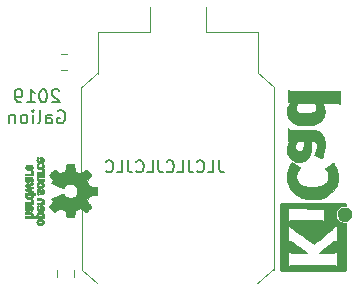
<source format=gbr>
G04 #@! TF.GenerationSoftware,KiCad,Pcbnew,5.99.0-unknown-r19130-2af6d01f*
G04 #@! TF.CreationDate,2020-08-04T10:25:43+02:00*
G04 #@! TF.ProjectId,ada-watch,6164612d-7761-4746-9368-2e6b69636164,rev?*
G04 #@! TF.SameCoordinates,Original*
G04 #@! TF.FileFunction,Legend,Bot*
G04 #@! TF.FilePolarity,Positive*
%FSLAX46Y46*%
G04 Gerber Fmt 4.6, Leading zero omitted, Abs format (unit mm)*
G04 Created by KiCad (PCBNEW 5.99.0-unknown-r19130-2af6d01f) date 2020-08-04 10:25:43*
%MOMM*%
%LPD*%
G01*
G04 APERTURE LIST*
%ADD10C,0.150000*%
%ADD11C,0.010000*%
%ADD12C,0.120000*%
G04 APERTURE END LIST*
D10*
X152320047Y-102322380D02*
X152320047Y-103036666D01*
X152367666Y-103179523D01*
X152462904Y-103274761D01*
X152605761Y-103322380D01*
X152701000Y-103322380D01*
X151367666Y-103322380D02*
X151843857Y-103322380D01*
X151843857Y-102322380D01*
X150462904Y-103227142D02*
X150510523Y-103274761D01*
X150653380Y-103322380D01*
X150748619Y-103322380D01*
X150891476Y-103274761D01*
X150986714Y-103179523D01*
X151034333Y-103084285D01*
X151081952Y-102893809D01*
X151081952Y-102750952D01*
X151034333Y-102560476D01*
X150986714Y-102465238D01*
X150891476Y-102370000D01*
X150748619Y-102322380D01*
X150653380Y-102322380D01*
X150510523Y-102370000D01*
X150462904Y-102417619D01*
X149748619Y-102322380D02*
X149748619Y-103036666D01*
X149796238Y-103179523D01*
X149891476Y-103274761D01*
X150034333Y-103322380D01*
X150129571Y-103322380D01*
X148796238Y-103322380D02*
X149272428Y-103322380D01*
X149272428Y-102322380D01*
X147891476Y-103227142D02*
X147939095Y-103274761D01*
X148081952Y-103322380D01*
X148177190Y-103322380D01*
X148320047Y-103274761D01*
X148415285Y-103179523D01*
X148462904Y-103084285D01*
X148510523Y-102893809D01*
X148510523Y-102750952D01*
X148462904Y-102560476D01*
X148415285Y-102465238D01*
X148320047Y-102370000D01*
X148177190Y-102322380D01*
X148081952Y-102322380D01*
X147939095Y-102370000D01*
X147891476Y-102417619D01*
X147177190Y-102322380D02*
X147177190Y-103036666D01*
X147224809Y-103179523D01*
X147320047Y-103274761D01*
X147462904Y-103322380D01*
X147558142Y-103322380D01*
X146224809Y-103322380D02*
X146701000Y-103322380D01*
X146701000Y-102322380D01*
X145320047Y-103227142D02*
X145367666Y-103274761D01*
X145510523Y-103322380D01*
X145605761Y-103322380D01*
X145748619Y-103274761D01*
X145843857Y-103179523D01*
X145891476Y-103084285D01*
X145939095Y-102893809D01*
X145939095Y-102750952D01*
X145891476Y-102560476D01*
X145843857Y-102465238D01*
X145748619Y-102370000D01*
X145605761Y-102322380D01*
X145510523Y-102322380D01*
X145367666Y-102370000D01*
X145320047Y-102417619D01*
X144605761Y-102322380D02*
X144605761Y-103036666D01*
X144653380Y-103179523D01*
X144748619Y-103274761D01*
X144891476Y-103322380D01*
X144986714Y-103322380D01*
X143653380Y-103322380D02*
X144129571Y-103322380D01*
X144129571Y-102322380D01*
X142748619Y-103227142D02*
X142796238Y-103274761D01*
X142939095Y-103322380D01*
X143034333Y-103322380D01*
X143177190Y-103274761D01*
X143272428Y-103179523D01*
X143320047Y-103084285D01*
X143367666Y-102893809D01*
X143367666Y-102750952D01*
X143320047Y-102560476D01*
X143272428Y-102465238D01*
X143177190Y-102370000D01*
X143034333Y-102322380D01*
X142939095Y-102322380D01*
X142796238Y-102370000D01*
X142748619Y-102417619D01*
X138791714Y-96406880D02*
X138739333Y-96354500D01*
X138634571Y-96302119D01*
X138372666Y-96302119D01*
X138267904Y-96354500D01*
X138215523Y-96406880D01*
X138163142Y-96511642D01*
X138163142Y-96616404D01*
X138215523Y-96773547D01*
X138844095Y-97402119D01*
X138163142Y-97402119D01*
X137482190Y-96302119D02*
X137377428Y-96302119D01*
X137272666Y-96354500D01*
X137220285Y-96406880D01*
X137167904Y-96511642D01*
X137115523Y-96721166D01*
X137115523Y-96983071D01*
X137167904Y-97192595D01*
X137220285Y-97297357D01*
X137272666Y-97349738D01*
X137377428Y-97402119D01*
X137482190Y-97402119D01*
X137586952Y-97349738D01*
X137639333Y-97297357D01*
X137691714Y-97192595D01*
X137744095Y-96983071D01*
X137744095Y-96721166D01*
X137691714Y-96511642D01*
X137639333Y-96406880D01*
X137586952Y-96354500D01*
X137482190Y-96302119D01*
X136067904Y-97402119D02*
X136696476Y-97402119D01*
X136382190Y-97402119D02*
X136382190Y-96302119D01*
X136486952Y-96459261D01*
X136591714Y-96564023D01*
X136696476Y-96616404D01*
X135544095Y-97402119D02*
X135334571Y-97402119D01*
X135229809Y-97349738D01*
X135177428Y-97297357D01*
X135072666Y-97140214D01*
X135020285Y-96930690D01*
X135020285Y-96511642D01*
X135072666Y-96406880D01*
X135125047Y-96354500D01*
X135229809Y-96302119D01*
X135439333Y-96302119D01*
X135544095Y-96354500D01*
X135596476Y-96406880D01*
X135648857Y-96511642D01*
X135648857Y-96773547D01*
X135596476Y-96878309D01*
X135544095Y-96930690D01*
X135439333Y-96983071D01*
X135229809Y-96983071D01*
X135125047Y-96930690D01*
X135072666Y-96878309D01*
X135020285Y-96773547D01*
X138660761Y-98125500D02*
X138765523Y-98073119D01*
X138922666Y-98073119D01*
X139079809Y-98125500D01*
X139184571Y-98230261D01*
X139236952Y-98335023D01*
X139289333Y-98544547D01*
X139289333Y-98701690D01*
X139236952Y-98911214D01*
X139184571Y-99015976D01*
X139079809Y-99120738D01*
X138922666Y-99173119D01*
X138817904Y-99173119D01*
X138660761Y-99120738D01*
X138608380Y-99068357D01*
X138608380Y-98701690D01*
X138817904Y-98701690D01*
X137665523Y-99173119D02*
X137665523Y-98596928D01*
X137717904Y-98492166D01*
X137822666Y-98439785D01*
X138032190Y-98439785D01*
X138136952Y-98492166D01*
X137665523Y-99120738D02*
X137770285Y-99173119D01*
X138032190Y-99173119D01*
X138136952Y-99120738D01*
X138189333Y-99015976D01*
X138189333Y-98911214D01*
X138136952Y-98806452D01*
X138032190Y-98754071D01*
X137770285Y-98754071D01*
X137665523Y-98701690D01*
X136984571Y-99173119D02*
X137089333Y-99120738D01*
X137141714Y-99015976D01*
X137141714Y-98073119D01*
X136565523Y-99173119D02*
X136565523Y-98439785D01*
X136565523Y-98073119D02*
X136617904Y-98125500D01*
X136565523Y-98177880D01*
X136513142Y-98125500D01*
X136565523Y-98073119D01*
X136565523Y-98177880D01*
X135884571Y-99173119D02*
X135989333Y-99120738D01*
X136041714Y-99068357D01*
X136094095Y-98963595D01*
X136094095Y-98649309D01*
X136041714Y-98544547D01*
X135989333Y-98492166D01*
X135884571Y-98439785D01*
X135727428Y-98439785D01*
X135622666Y-98492166D01*
X135570285Y-98544547D01*
X135517904Y-98649309D01*
X135517904Y-98963595D01*
X135570285Y-99068357D01*
X135622666Y-99120738D01*
X135727428Y-99173119D01*
X135884571Y-99173119D01*
X135046476Y-98439785D02*
X135046476Y-99173119D01*
X135046476Y-98544547D02*
X134994095Y-98492166D01*
X134889333Y-98439785D01*
X134732190Y-98439785D01*
X134627428Y-98492166D01*
X134575047Y-98596928D01*
X134575047Y-99173119D01*
G36*
X135922664Y-107111926D02*
G01*
X135926465Y-107045911D01*
X136127653Y-107042772D01*
X136176575Y-107041844D01*
X136250074Y-107039208D01*
X136304009Y-107034683D01*
X136342005Y-107027438D01*
X136367687Y-107016642D01*
X136384680Y-107001462D01*
X136396611Y-106981066D01*
X136408795Y-106942797D01*
X136404060Y-106904738D01*
X136378021Y-106864549D01*
X136345467Y-106825861D01*
X135920178Y-106825861D01*
X135920178Y-106687544D01*
X136150824Y-106687544D01*
X136223118Y-106687677D01*
X136287359Y-106688413D01*
X136334382Y-106690181D01*
X136368452Y-106693411D01*
X136393830Y-106698530D01*
X136414779Y-106705967D01*
X136435564Y-106716150D01*
X136439976Y-106718564D01*
X136482953Y-106750675D01*
X136512987Y-106788256D01*
X136528757Y-106833564D01*
X136535778Y-106893561D01*
X136531975Y-106953643D01*
X136517132Y-107002525D01*
X136497948Y-107039624D01*
X136913141Y-107039624D01*
X136886646Y-106988792D01*
X136877020Y-106967558D01*
X136869949Y-106932742D01*
X137001564Y-106932742D01*
X137004529Y-106967559D01*
X137019369Y-107002020D01*
X137049431Y-107024215D01*
X137097746Y-107036097D01*
X137167350Y-107039624D01*
X137204376Y-107038712D01*
X137274272Y-107029609D01*
X137321536Y-107010828D01*
X137345832Y-106982476D01*
X137352668Y-106953840D01*
X137349463Y-106903970D01*
X137329620Y-106861833D01*
X137320520Y-106851749D01*
X137304777Y-106841063D01*
X137281342Y-106834456D01*
X137244396Y-106830532D01*
X137188120Y-106827897D01*
X137150764Y-106826749D01*
X137106151Y-106826861D01*
X137076399Y-106830272D01*
X137055165Y-106837937D01*
X137036104Y-106850814D01*
X137018383Y-106867171D01*
X137004972Y-106893329D01*
X137001564Y-106932742D01*
X136869949Y-106932742D01*
X136863408Y-106900536D01*
X136872816Y-106833930D01*
X136904095Y-106772187D01*
X136956098Y-106719757D01*
X136968320Y-106711543D01*
X136986237Y-106703649D01*
X137010596Y-106698500D01*
X137046073Y-106695527D01*
X137097344Y-106694161D01*
X137169083Y-106693831D01*
X137201816Y-106693944D01*
X137277956Y-106695872D01*
X137334834Y-106701240D01*
X137376751Y-106711406D01*
X137408004Y-106727725D01*
X137432894Y-106751553D01*
X137455718Y-106784247D01*
X137468816Y-106810759D01*
X137483261Y-106873615D01*
X137481293Y-106939869D01*
X137462567Y-106998757D01*
X137450327Y-107024030D01*
X137449062Y-107036742D01*
X137460202Y-107039624D01*
X137460539Y-107039626D01*
X137471913Y-107045838D01*
X137477744Y-107067260D01*
X137479386Y-107108782D01*
X137479386Y-107177940D01*
X135918864Y-107177940D01*
X135922664Y-107111926D01*
G37*
D11*
X135922664Y-107111926D02*
X135926465Y-107045911D01*
X136127653Y-107042772D01*
X136176575Y-107041844D01*
X136250074Y-107039208D01*
X136304009Y-107034683D01*
X136342005Y-107027438D01*
X136367687Y-107016642D01*
X136384680Y-107001462D01*
X136396611Y-106981066D01*
X136408795Y-106942797D01*
X136404060Y-106904738D01*
X136378021Y-106864549D01*
X136345467Y-106825861D01*
X135920178Y-106825861D01*
X135920178Y-106687544D01*
X136150824Y-106687544D01*
X136223118Y-106687677D01*
X136287359Y-106688413D01*
X136334382Y-106690181D01*
X136368452Y-106693411D01*
X136393830Y-106698530D01*
X136414779Y-106705967D01*
X136435564Y-106716150D01*
X136439976Y-106718564D01*
X136482953Y-106750675D01*
X136512987Y-106788256D01*
X136528757Y-106833564D01*
X136535778Y-106893561D01*
X136531975Y-106953643D01*
X136517132Y-107002525D01*
X136497948Y-107039624D01*
X136913141Y-107039624D01*
X136886646Y-106988792D01*
X136877020Y-106967558D01*
X136869949Y-106932742D01*
X137001564Y-106932742D01*
X137004529Y-106967559D01*
X137019369Y-107002020D01*
X137049431Y-107024215D01*
X137097746Y-107036097D01*
X137167350Y-107039624D01*
X137204376Y-107038712D01*
X137274272Y-107029609D01*
X137321536Y-107010828D01*
X137345832Y-106982476D01*
X137352668Y-106953840D01*
X137349463Y-106903970D01*
X137329620Y-106861833D01*
X137320520Y-106851749D01*
X137304777Y-106841063D01*
X137281342Y-106834456D01*
X137244396Y-106830532D01*
X137188120Y-106827897D01*
X137150764Y-106826749D01*
X137106151Y-106826861D01*
X137076399Y-106830272D01*
X137055165Y-106837937D01*
X137036104Y-106850814D01*
X137018383Y-106867171D01*
X137004972Y-106893329D01*
X137001564Y-106932742D01*
X136869949Y-106932742D01*
X136863408Y-106900536D01*
X136872816Y-106833930D01*
X136904095Y-106772187D01*
X136956098Y-106719757D01*
X136968320Y-106711543D01*
X136986237Y-106703649D01*
X137010596Y-106698500D01*
X137046073Y-106695527D01*
X137097344Y-106694161D01*
X137169083Y-106693831D01*
X137201816Y-106693944D01*
X137277956Y-106695872D01*
X137334834Y-106701240D01*
X137376751Y-106711406D01*
X137408004Y-106727725D01*
X137432894Y-106751553D01*
X137455718Y-106784247D01*
X137468816Y-106810759D01*
X137483261Y-106873615D01*
X137481293Y-106939869D01*
X137462567Y-106998757D01*
X137450327Y-107024030D01*
X137449062Y-107036742D01*
X137460202Y-107039624D01*
X137460539Y-107039626D01*
X137471913Y-107045838D01*
X137477744Y-107067260D01*
X137479386Y-107108782D01*
X137479386Y-107177940D01*
X135918864Y-107177940D01*
X135922664Y-107111926D01*
G36*
X136087777Y-106609299D02*
G01*
X136086118Y-106609157D01*
X136021521Y-106593835D01*
X135972937Y-106559753D01*
X135937928Y-106505218D01*
X135929411Y-106477036D01*
X135922772Y-106428764D01*
X135921241Y-106377773D01*
X136046083Y-106377773D01*
X136051621Y-106423652D01*
X136065495Y-106458410D01*
X136083839Y-106475726D01*
X136116434Y-106486356D01*
X136142271Y-106476929D01*
X136164737Y-106445764D01*
X136179150Y-106395667D01*
X136184237Y-106329582D01*
X136184237Y-106260020D01*
X136135889Y-106260020D01*
X136099096Y-106264668D01*
X136066731Y-106283015D01*
X136059726Y-106293514D01*
X136048809Y-106330988D01*
X136046083Y-106377773D01*
X135921241Y-106377773D01*
X135921187Y-106375978D01*
X135924840Y-106328353D01*
X135933917Y-106295566D01*
X135941187Y-106275652D01*
X135933917Y-106256155D01*
X135929705Y-106249023D01*
X135922874Y-106220557D01*
X135920178Y-106182059D01*
X135920178Y-106121703D01*
X136163516Y-106121703D01*
X136184560Y-106121707D01*
X136263878Y-106121937D01*
X136322846Y-106122797D01*
X136365384Y-106124679D01*
X136395408Y-106127974D01*
X136416837Y-106133073D01*
X136433589Y-106140366D01*
X136449581Y-106150246D01*
X136487052Y-106182023D01*
X136515661Y-106227055D01*
X136531445Y-106286210D01*
X136536297Y-106364161D01*
X136536292Y-106366695D01*
X136533845Y-106420880D01*
X136527744Y-106469380D01*
X136519191Y-106502478D01*
X136514904Y-106511552D01*
X136496752Y-106540433D01*
X136475178Y-106566568D01*
X136455764Y-106583764D01*
X136444091Y-106585825D01*
X136440937Y-106581803D01*
X136407261Y-106537976D01*
X136387400Y-106508671D01*
X136379387Y-106489294D01*
X136381254Y-106475253D01*
X136391035Y-106461957D01*
X136403244Y-106437418D01*
X136411385Y-106396064D01*
X136413497Y-106349326D01*
X136409200Y-106307034D01*
X136398113Y-106279017D01*
X136396764Y-106277543D01*
X136371419Y-106264953D01*
X136333589Y-106260020D01*
X136284831Y-106260020D01*
X136284784Y-106376331D01*
X136283939Y-106429760D01*
X136280260Y-106474735D01*
X136272691Y-106506907D01*
X136260192Y-106532899D01*
X136256353Y-106538948D01*
X136214155Y-106582710D01*
X136158353Y-106605987D01*
X136116434Y-106607955D01*
X136087777Y-106609299D01*
G37*
X136087777Y-106609299D02*
X136086118Y-106609157D01*
X136021521Y-106593835D01*
X135972937Y-106559753D01*
X135937928Y-106505218D01*
X135929411Y-106477036D01*
X135922772Y-106428764D01*
X135921241Y-106377773D01*
X136046083Y-106377773D01*
X136051621Y-106423652D01*
X136065495Y-106458410D01*
X136083839Y-106475726D01*
X136116434Y-106486356D01*
X136142271Y-106476929D01*
X136164737Y-106445764D01*
X136179150Y-106395667D01*
X136184237Y-106329582D01*
X136184237Y-106260020D01*
X136135889Y-106260020D01*
X136099096Y-106264668D01*
X136066731Y-106283015D01*
X136059726Y-106293514D01*
X136048809Y-106330988D01*
X136046083Y-106377773D01*
X135921241Y-106377773D01*
X135921187Y-106375978D01*
X135924840Y-106328353D01*
X135933917Y-106295566D01*
X135941187Y-106275652D01*
X135933917Y-106256155D01*
X135929705Y-106249023D01*
X135922874Y-106220557D01*
X135920178Y-106182059D01*
X135920178Y-106121703D01*
X136163516Y-106121703D01*
X136184560Y-106121707D01*
X136263878Y-106121937D01*
X136322846Y-106122797D01*
X136365384Y-106124679D01*
X136395408Y-106127974D01*
X136416837Y-106133073D01*
X136433589Y-106140366D01*
X136449581Y-106150246D01*
X136487052Y-106182023D01*
X136515661Y-106227055D01*
X136531445Y-106286210D01*
X136536297Y-106364161D01*
X136536292Y-106366695D01*
X136533845Y-106420880D01*
X136527744Y-106469380D01*
X136519191Y-106502478D01*
X136514904Y-106511552D01*
X136496752Y-106540433D01*
X136475178Y-106566568D01*
X136455764Y-106583764D01*
X136444091Y-106585825D01*
X136440937Y-106581803D01*
X136407261Y-106537976D01*
X136387400Y-106508671D01*
X136379387Y-106489294D01*
X136381254Y-106475253D01*
X136391035Y-106461957D01*
X136403244Y-106437418D01*
X136411385Y-106396064D01*
X136413497Y-106349326D01*
X136409200Y-106307034D01*
X136398113Y-106279017D01*
X136396764Y-106277543D01*
X136371419Y-106264953D01*
X136333589Y-106260020D01*
X136284831Y-106260020D01*
X136284784Y-106376331D01*
X136283939Y-106429760D01*
X136280260Y-106474735D01*
X136272691Y-106506907D01*
X136260192Y-106532899D01*
X136256353Y-106538948D01*
X136214155Y-106582710D01*
X136158353Y-106605987D01*
X136116434Y-106607955D01*
X136087777Y-106609299D01*
G36*
X136501912Y-105594543D02*
G01*
X136518116Y-105617602D01*
X136529487Y-105653995D01*
X136535260Y-105698544D01*
X136534666Y-105746072D01*
X136526937Y-105791400D01*
X136511306Y-105829351D01*
X136504007Y-105841381D01*
X136493324Y-105861632D01*
X136495770Y-105869129D01*
X136511353Y-105870218D01*
X136516947Y-105870473D01*
X136529340Y-105876539D01*
X136534980Y-105895356D01*
X136536317Y-105933089D01*
X136536317Y-105995960D01*
X135920178Y-105995960D01*
X135920178Y-105870218D01*
X136114260Y-105870218D01*
X136159406Y-105870078D01*
X136234177Y-105868649D01*
X136289533Y-105865029D01*
X136329298Y-105858434D01*
X136357300Y-105848079D01*
X136377365Y-105833178D01*
X136393319Y-105812946D01*
X136405208Y-105790859D01*
X136408579Y-105764705D01*
X136401083Y-105727508D01*
X136397962Y-105715555D01*
X136393265Y-105685718D01*
X136399995Y-105664383D01*
X136420823Y-105639655D01*
X136425353Y-105634963D01*
X136453374Y-105609020D01*
X136476157Y-105592291D01*
X136481645Y-105589996D01*
X136501912Y-105594543D01*
G37*
X136501912Y-105594543D02*
X136518116Y-105617602D01*
X136529487Y-105653995D01*
X136535260Y-105698544D01*
X136534666Y-105746072D01*
X136526937Y-105791400D01*
X136511306Y-105829351D01*
X136504007Y-105841381D01*
X136493324Y-105861632D01*
X136495770Y-105869129D01*
X136511353Y-105870218D01*
X136516947Y-105870473D01*
X136529340Y-105876539D01*
X136534980Y-105895356D01*
X136536317Y-105933089D01*
X136536317Y-105995960D01*
X135920178Y-105995960D01*
X135920178Y-105870218D01*
X136114260Y-105870218D01*
X136159406Y-105870078D01*
X136234177Y-105868649D01*
X136289533Y-105865029D01*
X136329298Y-105858434D01*
X136357300Y-105848079D01*
X136377365Y-105833178D01*
X136393319Y-105812946D01*
X136405208Y-105790859D01*
X136408579Y-105764705D01*
X136401083Y-105727508D01*
X136397962Y-105715555D01*
X136393265Y-105685718D01*
X136399995Y-105664383D01*
X136420823Y-105639655D01*
X136425353Y-105634963D01*
X136453374Y-105609020D01*
X136476157Y-105592291D01*
X136481645Y-105589996D01*
X136501912Y-105594543D01*
G36*
X136181187Y-105592761D02*
G01*
X136127429Y-105591167D01*
X136089982Y-105587962D01*
X136086550Y-105587413D01*
X136025165Y-105565838D01*
X135973123Y-105526438D01*
X135937865Y-105474752D01*
X135923271Y-105419248D01*
X135924353Y-105353974D01*
X136051418Y-105353974D01*
X136063740Y-105397989D01*
X136098112Y-105435060D01*
X136123265Y-105444859D01*
X136167806Y-105452097D01*
X136221845Y-105455279D01*
X136277272Y-105454277D01*
X136325978Y-105448961D01*
X136359852Y-105439204D01*
X136365407Y-105436087D01*
X136393326Y-105406038D01*
X136405694Y-105365315D01*
X136402817Y-105321579D01*
X136385000Y-105282491D01*
X136352548Y-105255710D01*
X136349819Y-105254603D01*
X136319366Y-105247963D01*
X136273861Y-105243278D01*
X136222070Y-105241505D01*
X136169770Y-105242496D01*
X136134950Y-105246519D01*
X136111095Y-105255108D01*
X136091105Y-105269797D01*
X136061382Y-105308584D01*
X136051418Y-105353974D01*
X135924353Y-105353974D01*
X135924403Y-105350977D01*
X135943971Y-105288173D01*
X135952229Y-105271815D01*
X135961077Y-105250779D01*
X135958324Y-105242774D01*
X135943971Y-105241505D01*
X135936814Y-105240922D01*
X135926228Y-105233394D01*
X135921355Y-105212488D01*
X135920178Y-105172346D01*
X135920178Y-105103188D01*
X136775227Y-105103188D01*
X136775227Y-105241505D01*
X136482122Y-105241505D01*
X136505307Y-105267124D01*
X136519718Y-105291792D01*
X136531764Y-105338480D01*
X136535646Y-105393056D01*
X136530880Y-105446354D01*
X136516986Y-105489207D01*
X136497221Y-105519878D01*
X136463551Y-105551471D01*
X136418270Y-105572733D01*
X136357019Y-105585514D01*
X136275437Y-105591664D01*
X136242460Y-105592568D01*
X136221845Y-105592633D01*
X136181187Y-105592761D01*
G37*
X136181187Y-105592761D02*
X136127429Y-105591167D01*
X136089982Y-105587962D01*
X136086550Y-105587413D01*
X136025165Y-105565838D01*
X135973123Y-105526438D01*
X135937865Y-105474752D01*
X135923271Y-105419248D01*
X135924353Y-105353974D01*
X136051418Y-105353974D01*
X136063740Y-105397989D01*
X136098112Y-105435060D01*
X136123265Y-105444859D01*
X136167806Y-105452097D01*
X136221845Y-105455279D01*
X136277272Y-105454277D01*
X136325978Y-105448961D01*
X136359852Y-105439204D01*
X136365407Y-105436087D01*
X136393326Y-105406038D01*
X136405694Y-105365315D01*
X136402817Y-105321579D01*
X136385000Y-105282491D01*
X136352548Y-105255710D01*
X136349819Y-105254603D01*
X136319366Y-105247963D01*
X136273861Y-105243278D01*
X136222070Y-105241505D01*
X136169770Y-105242496D01*
X136134950Y-105246519D01*
X136111095Y-105255108D01*
X136091105Y-105269797D01*
X136061382Y-105308584D01*
X136051418Y-105353974D01*
X135924353Y-105353974D01*
X135924403Y-105350977D01*
X135943971Y-105288173D01*
X135952229Y-105271815D01*
X135961077Y-105250779D01*
X135958324Y-105242774D01*
X135943971Y-105241505D01*
X135936814Y-105240922D01*
X135926228Y-105233394D01*
X135921355Y-105212488D01*
X135920178Y-105172346D01*
X135920178Y-105103188D01*
X136775227Y-105103188D01*
X136775227Y-105241505D01*
X136482122Y-105241505D01*
X136505307Y-105267124D01*
X136519718Y-105291792D01*
X136531764Y-105338480D01*
X136535646Y-105393056D01*
X136530880Y-105446354D01*
X136516986Y-105489207D01*
X136497221Y-105519878D01*
X136463551Y-105551471D01*
X136418270Y-105572733D01*
X136357019Y-105585514D01*
X136275437Y-105591664D01*
X136242460Y-105592568D01*
X136221845Y-105592633D01*
X136181187Y-105592761D01*
G36*
X136536317Y-104330612D02*
G01*
X136407430Y-104365274D01*
X136373375Y-104374488D01*
X136309885Y-104391915D01*
X136252126Y-104408054D01*
X136209386Y-104420322D01*
X136140227Y-104440709D01*
X136530029Y-104570745D01*
X136533763Y-104620476D01*
X136537496Y-104670206D01*
X136338870Y-104734997D01*
X136288150Y-104751997D01*
X136232003Y-104772107D01*
X136189468Y-104788899D01*
X136164010Y-104800986D01*
X136159097Y-104806980D01*
X136163370Y-104808426D01*
X136189578Y-104816254D01*
X136233351Y-104828723D01*
X136289789Y-104844447D01*
X136353990Y-104862043D01*
X136530029Y-104909914D01*
X136533848Y-104983007D01*
X136534154Y-104989177D01*
X136534559Y-105028592D01*
X136530513Y-105047533D01*
X136521274Y-105049945D01*
X136512251Y-105046898D01*
X136481368Y-105036874D01*
X136432456Y-105021180D01*
X136369013Y-105000934D01*
X136294538Y-104977256D01*
X136212529Y-104951263D01*
X135920178Y-104858736D01*
X135920178Y-104742993D01*
X136105648Y-104688457D01*
X136139706Y-104678386D01*
X136201622Y-104659775D01*
X136253213Y-104643872D01*
X136289870Y-104632109D01*
X136306982Y-104625918D01*
X136308259Y-104624154D01*
X136297221Y-104615571D01*
X136268031Y-104603316D01*
X136225250Y-104589426D01*
X136222737Y-104588692D01*
X136159600Y-104570096D01*
X136088111Y-104548818D01*
X136023266Y-104529321D01*
X135918878Y-104497705D01*
X135922672Y-104439402D01*
X135926465Y-104381098D01*
X136096218Y-104327098D01*
X136170807Y-104303390D01*
X136254461Y-104276833D01*
X136334658Y-104251404D01*
X136401143Y-104230354D01*
X136536317Y-104187609D01*
X136536317Y-104330612D01*
G37*
X136536317Y-104330612D02*
X136407430Y-104365274D01*
X136373375Y-104374488D01*
X136309885Y-104391915D01*
X136252126Y-104408054D01*
X136209386Y-104420322D01*
X136140227Y-104440709D01*
X136530029Y-104570745D01*
X136533763Y-104620476D01*
X136537496Y-104670206D01*
X136338870Y-104734997D01*
X136288150Y-104751997D01*
X136232003Y-104772107D01*
X136189468Y-104788899D01*
X136164010Y-104800986D01*
X136159097Y-104806980D01*
X136163370Y-104808426D01*
X136189578Y-104816254D01*
X136233351Y-104828723D01*
X136289789Y-104844447D01*
X136353990Y-104862043D01*
X136530029Y-104909914D01*
X136533848Y-104983007D01*
X136534154Y-104989177D01*
X136534559Y-105028592D01*
X136530513Y-105047533D01*
X136521274Y-105049945D01*
X136512251Y-105046898D01*
X136481368Y-105036874D01*
X136432456Y-105021180D01*
X136369013Y-105000934D01*
X136294538Y-104977256D01*
X136212529Y-104951263D01*
X135920178Y-104858736D01*
X135920178Y-104742993D01*
X136105648Y-104688457D01*
X136139706Y-104678386D01*
X136201622Y-104659775D01*
X136253213Y-104643872D01*
X136289870Y-104632109D01*
X136306982Y-104625918D01*
X136308259Y-104624154D01*
X136297221Y-104615571D01*
X136268031Y-104603316D01*
X136225250Y-104589426D01*
X136222737Y-104588692D01*
X136159600Y-104570096D01*
X136088111Y-104548818D01*
X136023266Y-104529321D01*
X135918878Y-104497705D01*
X135922672Y-104439402D01*
X135926465Y-104381098D01*
X136096218Y-104327098D01*
X136170807Y-104303390D01*
X136254461Y-104276833D01*
X136334658Y-104251404D01*
X136401143Y-104230354D01*
X136536317Y-104187609D01*
X136536317Y-104330612D01*
G36*
X136085667Y-104191413D02*
G01*
X136028581Y-104176244D01*
X135979745Y-104143277D01*
X135944614Y-104093270D01*
X135942479Y-104088362D01*
X135927097Y-104033646D01*
X135921101Y-103971993D01*
X135922900Y-103943213D01*
X136046772Y-103943213D01*
X136048181Y-103971090D01*
X136058796Y-104023255D01*
X136078575Y-104055587D01*
X136106176Y-104066492D01*
X136140257Y-104054374D01*
X136149176Y-104047304D01*
X136169182Y-104015724D01*
X136180605Y-103965744D01*
X136184237Y-103894487D01*
X136184237Y-103833188D01*
X136140227Y-103833188D01*
X136107334Y-103837924D01*
X136071069Y-103858336D01*
X136064403Y-103865871D01*
X136050380Y-103896753D01*
X136046772Y-103943213D01*
X135922900Y-103943213D01*
X135924767Y-103913376D01*
X135938371Y-103867767D01*
X135947246Y-103849549D01*
X135949363Y-103836179D01*
X135938294Y-103833188D01*
X135928058Y-103827524D01*
X135921962Y-103805607D01*
X135920178Y-103763068D01*
X135920178Y-103692948D01*
X136162232Y-103697053D01*
X136218206Y-103698169D01*
X136302004Y-103701106D01*
X136366080Y-103706058D01*
X136413927Y-103714002D01*
X136449038Y-103725917D01*
X136474907Y-103742780D01*
X136495026Y-103765572D01*
X136512890Y-103795269D01*
X136519710Y-103810589D01*
X136532583Y-103863589D01*
X136537905Y-103927513D01*
X136535773Y-103993602D01*
X136526286Y-104053099D01*
X136509539Y-104097247D01*
X136499815Y-104112604D01*
X136470995Y-104147960D01*
X136446863Y-104159926D01*
X136442200Y-104157020D01*
X136425912Y-104138909D01*
X136404183Y-104109672D01*
X136394013Y-104094725D01*
X136379603Y-104069270D01*
X136378227Y-104052728D01*
X136388173Y-104037370D01*
X136408316Y-103999094D01*
X136416600Y-103947590D01*
X136410258Y-103894957D01*
X136409970Y-103893961D01*
X136393842Y-103856838D01*
X136368595Y-103838463D01*
X136326842Y-103833380D01*
X136287121Y-103833188D01*
X136282832Y-103964423D01*
X136282127Y-103985331D01*
X136279674Y-104038043D01*
X136275820Y-104073381D01*
X136269122Y-104097267D01*
X136258136Y-104115624D01*
X136241420Y-104134376D01*
X136202756Y-104165337D01*
X136145544Y-104188029D01*
X136106176Y-104190254D01*
X136085667Y-104191413D01*
G37*
X136085667Y-104191413D02*
X136028581Y-104176244D01*
X135979745Y-104143277D01*
X135944614Y-104093270D01*
X135942479Y-104088362D01*
X135927097Y-104033646D01*
X135921101Y-103971993D01*
X135922900Y-103943213D01*
X136046772Y-103943213D01*
X136048181Y-103971090D01*
X136058796Y-104023255D01*
X136078575Y-104055587D01*
X136106176Y-104066492D01*
X136140257Y-104054374D01*
X136149176Y-104047304D01*
X136169182Y-104015724D01*
X136180605Y-103965744D01*
X136184237Y-103894487D01*
X136184237Y-103833188D01*
X136140227Y-103833188D01*
X136107334Y-103837924D01*
X136071069Y-103858336D01*
X136064403Y-103865871D01*
X136050380Y-103896753D01*
X136046772Y-103943213D01*
X135922900Y-103943213D01*
X135924767Y-103913376D01*
X135938371Y-103867767D01*
X135947246Y-103849549D01*
X135949363Y-103836179D01*
X135938294Y-103833188D01*
X135928058Y-103827524D01*
X135921962Y-103805607D01*
X135920178Y-103763068D01*
X135920178Y-103692948D01*
X136162232Y-103697053D01*
X136218206Y-103698169D01*
X136302004Y-103701106D01*
X136366080Y-103706058D01*
X136413927Y-103714002D01*
X136449038Y-103725917D01*
X136474907Y-103742780D01*
X136495026Y-103765572D01*
X136512890Y-103795269D01*
X136519710Y-103810589D01*
X136532583Y-103863589D01*
X136537905Y-103927513D01*
X136535773Y-103993602D01*
X136526286Y-104053099D01*
X136509539Y-104097247D01*
X136499815Y-104112604D01*
X136470995Y-104147960D01*
X136446863Y-104159926D01*
X136442200Y-104157020D01*
X136425912Y-104138909D01*
X136404183Y-104109672D01*
X136394013Y-104094725D01*
X136379603Y-104069270D01*
X136378227Y-104052728D01*
X136388173Y-104037370D01*
X136408316Y-103999094D01*
X136416600Y-103947590D01*
X136410258Y-103894957D01*
X136409970Y-103893961D01*
X136393842Y-103856838D01*
X136368595Y-103838463D01*
X136326842Y-103833380D01*
X136287121Y-103833188D01*
X136282832Y-103964423D01*
X136282127Y-103985331D01*
X136279674Y-104038043D01*
X136275820Y-104073381D01*
X136269122Y-104097267D01*
X136258136Y-104115624D01*
X136241420Y-104134376D01*
X136202756Y-104165337D01*
X136145544Y-104188029D01*
X136106176Y-104190254D01*
X136085667Y-104191413D01*
G36*
X136512875Y-103190886D02*
G01*
X136526985Y-103218405D01*
X136536514Y-103266745D01*
X136536826Y-103321230D01*
X136528035Y-103372265D01*
X136510255Y-103410255D01*
X136484194Y-103443386D01*
X136510255Y-103443386D01*
X136520151Y-103444211D01*
X136530642Y-103451893D01*
X136535275Y-103472667D01*
X136536317Y-103512544D01*
X136536317Y-103581703D01*
X135920178Y-103581703D01*
X135920178Y-103443386D01*
X136120774Y-103443386D01*
X136132290Y-103443369D01*
X136213242Y-103442189D01*
X136279183Y-103439294D01*
X136326742Y-103434888D01*
X136352548Y-103429181D01*
X136362290Y-103423940D01*
X136392844Y-103391676D01*
X136406369Y-103347730D01*
X136400059Y-103299743D01*
X136395783Y-103287973D01*
X136388224Y-103262898D01*
X136390572Y-103245762D01*
X136405936Y-103228518D01*
X136437429Y-103203124D01*
X136489432Y-103161936D01*
X136512875Y-103190886D01*
G37*
X136512875Y-103190886D02*
X136526985Y-103218405D01*
X136536514Y-103266745D01*
X136536826Y-103321230D01*
X136528035Y-103372265D01*
X136510255Y-103410255D01*
X136484194Y-103443386D01*
X136510255Y-103443386D01*
X136520151Y-103444211D01*
X136530642Y-103451893D01*
X136535275Y-103472667D01*
X136536317Y-103512544D01*
X136536317Y-103581703D01*
X135920178Y-103581703D01*
X135920178Y-103443386D01*
X136120774Y-103443386D01*
X136132290Y-103443369D01*
X136213242Y-103442189D01*
X136279183Y-103439294D01*
X136326742Y-103434888D01*
X136352548Y-103429181D01*
X136362290Y-103423940D01*
X136392844Y-103391676D01*
X136406369Y-103347730D01*
X136400059Y-103299743D01*
X136395783Y-103287973D01*
X136388224Y-103262898D01*
X136390572Y-103245762D01*
X136405936Y-103228518D01*
X136437429Y-103203124D01*
X136489432Y-103161936D01*
X136512875Y-103190886D01*
G36*
X136228247Y-103166353D02*
G01*
X136181308Y-103164718D01*
X136091541Y-103149827D01*
X136020955Y-103119185D01*
X135969048Y-103072524D01*
X135935314Y-103009574D01*
X135929353Y-102989235D01*
X135921029Y-102916612D01*
X135928054Y-102839928D01*
X135949735Y-102770663D01*
X135962041Y-102746262D01*
X135983121Y-102711275D01*
X136000466Y-102690072D01*
X136004429Y-102686942D01*
X136018923Y-102681085D01*
X136034679Y-102689524D01*
X136058540Y-102715221D01*
X136068928Y-102727622D01*
X136087937Y-102752052D01*
X136095707Y-102764861D01*
X136094906Y-102768530D01*
X136086255Y-102789561D01*
X136071069Y-102820960D01*
X136066074Y-102831197D01*
X136047525Y-102891590D01*
X136052306Y-102944057D01*
X136080500Y-102990065D01*
X136085709Y-102995419D01*
X136118341Y-103021013D01*
X136149658Y-103035637D01*
X136184237Y-103043736D01*
X136184237Y-102921554D01*
X136284831Y-102921554D01*
X136285232Y-102952429D01*
X136287571Y-102998002D01*
X136291535Y-103029348D01*
X136296587Y-103041010D01*
X136338173Y-103031064D01*
X136376987Y-103001947D01*
X136403914Y-102959952D01*
X136413228Y-102911440D01*
X136402728Y-102875723D01*
X136377060Y-102840020D01*
X136343619Y-102812879D01*
X136309782Y-102802099D01*
X136298797Y-102803670D01*
X136291227Y-102811738D01*
X136287025Y-102830967D01*
X136285217Y-102866019D01*
X136284831Y-102921554D01*
X136184237Y-102921554D01*
X136184237Y-102663782D01*
X136250252Y-102663852D01*
X136256818Y-102663892D01*
X136338035Y-102671758D01*
X136404105Y-102694655D01*
X136461060Y-102734607D01*
X136485152Y-102758979D01*
X136517403Y-102809315D01*
X136533030Y-102869419D01*
X136534129Y-102945338D01*
X136529821Y-102982010D01*
X136507451Y-103049703D01*
X136466737Y-103101530D01*
X136407051Y-103137945D01*
X136327764Y-103159401D01*
X136296587Y-103161579D01*
X136228247Y-103166353D01*
G37*
X136228247Y-103166353D02*
X136181308Y-103164718D01*
X136091541Y-103149827D01*
X136020955Y-103119185D01*
X135969048Y-103072524D01*
X135935314Y-103009574D01*
X135929353Y-102989235D01*
X135921029Y-102916612D01*
X135928054Y-102839928D01*
X135949735Y-102770663D01*
X135962041Y-102746262D01*
X135983121Y-102711275D01*
X136000466Y-102690072D01*
X136004429Y-102686942D01*
X136018923Y-102681085D01*
X136034679Y-102689524D01*
X136058540Y-102715221D01*
X136068928Y-102727622D01*
X136087937Y-102752052D01*
X136095707Y-102764861D01*
X136094906Y-102768530D01*
X136086255Y-102789561D01*
X136071069Y-102820960D01*
X136066074Y-102831197D01*
X136047525Y-102891590D01*
X136052306Y-102944057D01*
X136080500Y-102990065D01*
X136085709Y-102995419D01*
X136118341Y-103021013D01*
X136149658Y-103035637D01*
X136184237Y-103043736D01*
X136184237Y-102921554D01*
X136284831Y-102921554D01*
X136285232Y-102952429D01*
X136287571Y-102998002D01*
X136291535Y-103029348D01*
X136296587Y-103041010D01*
X136338173Y-103031064D01*
X136376987Y-103001947D01*
X136403914Y-102959952D01*
X136413228Y-102911440D01*
X136402728Y-102875723D01*
X136377060Y-102840020D01*
X136343619Y-102812879D01*
X136309782Y-102802099D01*
X136298797Y-102803670D01*
X136291227Y-102811738D01*
X136287025Y-102830967D01*
X136285217Y-102866019D01*
X136284831Y-102921554D01*
X136184237Y-102921554D01*
X136184237Y-102663782D01*
X136250252Y-102663852D01*
X136256818Y-102663892D01*
X136338035Y-102671758D01*
X136404105Y-102694655D01*
X136461060Y-102734607D01*
X136485152Y-102758979D01*
X136517403Y-102809315D01*
X136533030Y-102869419D01*
X136534129Y-102945338D01*
X136529821Y-102982010D01*
X136507451Y-103049703D01*
X136466737Y-103101530D01*
X136407051Y-103137945D01*
X136327764Y-103159401D01*
X136296587Y-103161579D01*
X136228247Y-103166353D01*
G36*
X137103690Y-107765373D02*
G01*
X137055668Y-107761688D01*
X137021632Y-107755410D01*
X136994662Y-107745044D01*
X136967842Y-107729092D01*
X136966825Y-107728412D01*
X136923371Y-107689132D01*
X136890228Y-107641072D01*
X136870561Y-107585185D01*
X136864176Y-107511666D01*
X136865423Y-107504505D01*
X137001347Y-107504505D01*
X137004878Y-107553802D01*
X137031306Y-107600917D01*
X137043928Y-107614207D01*
X137065535Y-107628397D01*
X137095906Y-107636266D01*
X137143230Y-107640726D01*
X137178781Y-107641955D01*
X137251380Y-107635224D01*
X137303358Y-107614567D01*
X137335001Y-107579894D01*
X137350153Y-107539249D01*
X137348877Y-107490777D01*
X137323297Y-107445845D01*
X137313558Y-107435103D01*
X137296520Y-107421548D01*
X137274228Y-107413505D01*
X137240053Y-107409043D01*
X137187362Y-107406228D01*
X137150477Y-107404920D01*
X137110426Y-107405174D01*
X137083687Y-107409421D01*
X137063141Y-107419096D01*
X137041669Y-107435638D01*
X137020361Y-107458593D01*
X137001347Y-107504505D01*
X136865423Y-107504505D01*
X136876732Y-107439609D01*
X136906989Y-107375201D01*
X136953706Y-107324627D01*
X136975779Y-107310108D01*
X137044398Y-107282993D01*
X137129061Y-107269546D01*
X137225649Y-107270583D01*
X137239349Y-107271907D01*
X137327092Y-107290374D01*
X137395207Y-107324540D01*
X137443769Y-107374479D01*
X137472852Y-107440261D01*
X137482529Y-107521961D01*
X137481621Y-107552828D01*
X137470507Y-107616128D01*
X137443979Y-107667889D01*
X137398564Y-107716147D01*
X137389449Y-107723865D01*
X137358752Y-107744681D01*
X137323993Y-107758362D01*
X137279944Y-107765948D01*
X137221379Y-107768479D01*
X137178781Y-107767672D01*
X137143069Y-107766997D01*
X137103690Y-107765373D01*
G37*
X137103690Y-107765373D02*
X137055668Y-107761688D01*
X137021632Y-107755410D01*
X136994662Y-107745044D01*
X136967842Y-107729092D01*
X136966825Y-107728412D01*
X136923371Y-107689132D01*
X136890228Y-107641072D01*
X136870561Y-107585185D01*
X136864176Y-107511666D01*
X136865423Y-107504505D01*
X137001347Y-107504505D01*
X137004878Y-107553802D01*
X137031306Y-107600917D01*
X137043928Y-107614207D01*
X137065535Y-107628397D01*
X137095906Y-107636266D01*
X137143230Y-107640726D01*
X137178781Y-107641955D01*
X137251380Y-107635224D01*
X137303358Y-107614567D01*
X137335001Y-107579894D01*
X137350153Y-107539249D01*
X137348877Y-107490777D01*
X137323297Y-107445845D01*
X137313558Y-107435103D01*
X137296520Y-107421548D01*
X137274228Y-107413505D01*
X137240053Y-107409043D01*
X137187362Y-107406228D01*
X137150477Y-107404920D01*
X137110426Y-107405174D01*
X137083687Y-107409421D01*
X137063141Y-107419096D01*
X137041669Y-107435638D01*
X137020361Y-107458593D01*
X137001347Y-107504505D01*
X136865423Y-107504505D01*
X136876732Y-107439609D01*
X136906989Y-107375201D01*
X136953706Y-107324627D01*
X136975779Y-107310108D01*
X137044398Y-107282993D01*
X137129061Y-107269546D01*
X137225649Y-107270583D01*
X137239349Y-107271907D01*
X137327092Y-107290374D01*
X137395207Y-107324540D01*
X137443769Y-107374479D01*
X137472852Y-107440261D01*
X137482529Y-107521961D01*
X137481621Y-107552828D01*
X137470507Y-107616128D01*
X137443979Y-107667889D01*
X137398564Y-107716147D01*
X137389449Y-107723865D01*
X137358752Y-107744681D01*
X137323993Y-107758362D01*
X137279944Y-107765948D01*
X137221379Y-107768479D01*
X137178781Y-107767672D01*
X137143069Y-107766997D01*
X137103690Y-107765373D01*
G36*
X137253139Y-106609022D02*
G01*
X137165064Y-106613421D01*
X137126629Y-106612322D01*
X137042633Y-106599926D01*
X136976405Y-106572608D01*
X136925216Y-106528941D01*
X136886337Y-106467495D01*
X136868188Y-106407888D01*
X136864716Y-106333110D01*
X136878070Y-106257664D01*
X136907575Y-106190366D01*
X136923988Y-106165428D01*
X136945027Y-106137951D01*
X136958871Y-106125414D01*
X136964583Y-106126124D01*
X136984045Y-106140158D01*
X137007624Y-106166533D01*
X137042487Y-106212240D01*
X137015738Y-106265799D01*
X137009118Y-106280282D01*
X136994727Y-106322916D01*
X136988990Y-106358649D01*
X136993718Y-106384998D01*
X137016486Y-106426347D01*
X137051830Y-106461104D01*
X137092727Y-106480983D01*
X137127307Y-106489083D01*
X137127307Y-106367748D01*
X137240475Y-106367748D01*
X137240483Y-106386575D01*
X137240935Y-106435470D01*
X137242887Y-106464863D01*
X137247442Y-106479115D01*
X137255701Y-106482582D01*
X137268767Y-106479625D01*
X137270248Y-106479173D01*
X137315715Y-106453699D01*
X137347019Y-106413539D01*
X137358673Y-106365651D01*
X137357741Y-106347949D01*
X137346592Y-106315094D01*
X137318237Y-106283575D01*
X137308211Y-106275085D01*
X137279577Y-106255336D01*
X137259138Y-106247445D01*
X137256566Y-106247690D01*
X137248557Y-106254604D01*
X137243636Y-106274141D01*
X137241157Y-106310467D01*
X137240475Y-106367748D01*
X137127307Y-106367748D01*
X137127307Y-106109129D01*
X137193321Y-106109199D01*
X137214243Y-106109774D01*
X137264909Y-106114512D01*
X137306834Y-106122459D01*
X137330304Y-106131168D01*
X137381354Y-106161790D01*
X137427717Y-106202799D01*
X137459486Y-106246168D01*
X137465386Y-106258699D01*
X137484954Y-106331661D01*
X137482891Y-106406168D01*
X137460069Y-106476217D01*
X137417361Y-106535807D01*
X137377975Y-106568038D01*
X137322490Y-106594392D01*
X137255701Y-106608482D01*
X137253139Y-106609022D01*
G37*
X137253139Y-106609022D02*
X137165064Y-106613421D01*
X137126629Y-106612322D01*
X137042633Y-106599926D01*
X136976405Y-106572608D01*
X136925216Y-106528941D01*
X136886337Y-106467495D01*
X136868188Y-106407888D01*
X136864716Y-106333110D01*
X136878070Y-106257664D01*
X136907575Y-106190366D01*
X136923988Y-106165428D01*
X136945027Y-106137951D01*
X136958871Y-106125414D01*
X136964583Y-106126124D01*
X136984045Y-106140158D01*
X137007624Y-106166533D01*
X137042487Y-106212240D01*
X137015738Y-106265799D01*
X137009118Y-106280282D01*
X136994727Y-106322916D01*
X136988990Y-106358649D01*
X136993718Y-106384998D01*
X137016486Y-106426347D01*
X137051830Y-106461104D01*
X137092727Y-106480983D01*
X137127307Y-106489083D01*
X137127307Y-106367748D01*
X137240475Y-106367748D01*
X137240483Y-106386575D01*
X137240935Y-106435470D01*
X137242887Y-106464863D01*
X137247442Y-106479115D01*
X137255701Y-106482582D01*
X137268767Y-106479625D01*
X137270248Y-106479173D01*
X137315715Y-106453699D01*
X137347019Y-106413539D01*
X137358673Y-106365651D01*
X137357741Y-106347949D01*
X137346592Y-106315094D01*
X137318237Y-106283575D01*
X137308211Y-106275085D01*
X137279577Y-106255336D01*
X137259138Y-106247445D01*
X137256566Y-106247690D01*
X137248557Y-106254604D01*
X137243636Y-106274141D01*
X137241157Y-106310467D01*
X137240475Y-106367748D01*
X137127307Y-106367748D01*
X137127307Y-106109129D01*
X137193321Y-106109199D01*
X137214243Y-106109774D01*
X137264909Y-106114512D01*
X137306834Y-106122459D01*
X137330304Y-106131168D01*
X137381354Y-106161790D01*
X137427717Y-106202799D01*
X137459486Y-106246168D01*
X137465386Y-106258699D01*
X137484954Y-106331661D01*
X137482891Y-106406168D01*
X137460069Y-106476217D01*
X137417361Y-106535807D01*
X137377975Y-106568038D01*
X137322490Y-106594392D01*
X137255701Y-106608482D01*
X137253139Y-106609022D01*
G36*
X137119646Y-104702921D02*
G01*
X137168248Y-104723970D01*
X137203054Y-104761864D01*
X137226202Y-104819004D01*
X137239830Y-104897785D01*
X137240817Y-104906834D01*
X137247108Y-104955885D01*
X137253691Y-104995675D01*
X137259292Y-105018312D01*
X137263803Y-105025866D01*
X137287059Y-105038637D01*
X137316829Y-105036563D01*
X137342673Y-105019495D01*
X137348309Y-105010533D01*
X137357340Y-104973188D01*
X137356733Y-104924950D01*
X137347122Y-104874650D01*
X137329142Y-104831115D01*
X137302153Y-104785372D01*
X137343616Y-104749890D01*
X137354150Y-104741280D01*
X137382368Y-104721883D01*
X137401492Y-104713897D01*
X137413219Y-104722283D01*
X137431524Y-104748226D01*
X137451223Y-104785688D01*
X137453630Y-104790966D01*
X137472518Y-104840366D01*
X137481548Y-104887983D01*
X137483361Y-104947072D01*
X137479793Y-105000874D01*
X137461592Y-105073495D01*
X137427856Y-105126546D01*
X137378358Y-105160329D01*
X137312874Y-105175147D01*
X137250180Y-105172147D01*
X137197301Y-105150493D01*
X137158204Y-105108967D01*
X137132127Y-105046736D01*
X137118305Y-104962969D01*
X137111060Y-104908540D01*
X137095385Y-104858860D01*
X137072686Y-104833211D01*
X137043002Y-104831662D01*
X137024493Y-104841984D01*
X137002557Y-104873951D01*
X136992182Y-104919395D01*
X136993601Y-104972649D01*
X137007048Y-105028048D01*
X137032757Y-105079928D01*
X137066987Y-105131653D01*
X137020951Y-105177148D01*
X136974916Y-105222643D01*
X136944124Y-105184921D01*
X136933426Y-105170253D01*
X136909120Y-105128983D01*
X136888175Y-105084327D01*
X136876155Y-105048984D01*
X136867448Y-104997234D01*
X136867333Y-104933435D01*
X136876919Y-104855200D01*
X136901217Y-104784722D01*
X136939812Y-104734836D01*
X136992802Y-104705423D01*
X137060282Y-104696365D01*
X137119646Y-104702921D01*
G37*
X137119646Y-104702921D02*
X137168248Y-104723970D01*
X137203054Y-104761864D01*
X137226202Y-104819004D01*
X137239830Y-104897785D01*
X137240817Y-104906834D01*
X137247108Y-104955885D01*
X137253691Y-104995675D01*
X137259292Y-105018312D01*
X137263803Y-105025866D01*
X137287059Y-105038637D01*
X137316829Y-105036563D01*
X137342673Y-105019495D01*
X137348309Y-105010533D01*
X137357340Y-104973188D01*
X137356733Y-104924950D01*
X137347122Y-104874650D01*
X137329142Y-104831115D01*
X137302153Y-104785372D01*
X137343616Y-104749890D01*
X137354150Y-104741280D01*
X137382368Y-104721883D01*
X137401492Y-104713897D01*
X137413219Y-104722283D01*
X137431524Y-104748226D01*
X137451223Y-104785688D01*
X137453630Y-104790966D01*
X137472518Y-104840366D01*
X137481548Y-104887983D01*
X137483361Y-104947072D01*
X137479793Y-105000874D01*
X137461592Y-105073495D01*
X137427856Y-105126546D01*
X137378358Y-105160329D01*
X137312874Y-105175147D01*
X137250180Y-105172147D01*
X137197301Y-105150493D01*
X137158204Y-105108967D01*
X137132127Y-105046736D01*
X137118305Y-104962969D01*
X137111060Y-104908540D01*
X137095385Y-104858860D01*
X137072686Y-104833211D01*
X137043002Y-104831662D01*
X137024493Y-104841984D01*
X137002557Y-104873951D01*
X136992182Y-104919395D01*
X136993601Y-104972649D01*
X137007048Y-105028048D01*
X137032757Y-105079928D01*
X137066987Y-105131653D01*
X137020951Y-105177148D01*
X136974916Y-105222643D01*
X136944124Y-105184921D01*
X136933426Y-105170253D01*
X136909120Y-105128983D01*
X136888175Y-105084327D01*
X136876155Y-105048984D01*
X136867448Y-104997234D01*
X136867333Y-104933435D01*
X136876919Y-104855200D01*
X136901217Y-104784722D01*
X136939812Y-104734836D01*
X136992802Y-104705423D01*
X137060282Y-104696365D01*
X137119646Y-104702921D01*
G36*
X137134229Y-104634857D02*
G01*
X137094435Y-104631349D01*
X137018462Y-104615844D01*
X136960489Y-104588110D01*
X136916700Y-104545898D01*
X136883278Y-104486960D01*
X136875324Y-104464076D01*
X136866023Y-104408536D01*
X137002896Y-104408536D01*
X137009980Y-104446448D01*
X137020139Y-104461244D01*
X137055666Y-104482014D01*
X137111268Y-104495083D01*
X137184234Y-104499624D01*
X137205238Y-104499551D01*
X137247797Y-104497974D01*
X137275561Y-104492728D01*
X137296075Y-104481723D01*
X137316888Y-104462868D01*
X137342113Y-104426989D01*
X137352427Y-104380280D01*
X137342604Y-104335151D01*
X137314195Y-104297680D01*
X137268747Y-104273943D01*
X137229503Y-104265675D01*
X137164295Y-104261976D01*
X137103455Y-104269549D01*
X137053462Y-104287341D01*
X137020796Y-104314296D01*
X137015188Y-104324513D01*
X137004993Y-104363473D01*
X137002896Y-104408536D01*
X136866023Y-104408536D01*
X136865399Y-104404812D01*
X136865669Y-104342447D01*
X136876570Y-104289823D01*
X136876966Y-104288789D01*
X136901913Y-104246381D01*
X136940532Y-104203537D01*
X136984694Y-104167986D01*
X137026273Y-104147459D01*
X137056666Y-104141374D01*
X137113571Y-104136164D01*
X137178379Y-104135049D01*
X137242884Y-104137844D01*
X137298879Y-104144366D01*
X137338158Y-104154432D01*
X137382628Y-104177877D01*
X137437308Y-104227637D01*
X137471945Y-104291238D01*
X137485655Y-104366790D01*
X137477552Y-104452399D01*
X137474101Y-104466644D01*
X137444336Y-104532982D01*
X137395470Y-104582971D01*
X137327499Y-104616612D01*
X137240420Y-104633906D01*
X137184234Y-104634410D01*
X137134229Y-104634857D01*
G37*
X137134229Y-104634857D02*
X137094435Y-104631349D01*
X137018462Y-104615844D01*
X136960489Y-104588110D01*
X136916700Y-104545898D01*
X136883278Y-104486960D01*
X136875324Y-104464076D01*
X136866023Y-104408536D01*
X137002896Y-104408536D01*
X137009980Y-104446448D01*
X137020139Y-104461244D01*
X137055666Y-104482014D01*
X137111268Y-104495083D01*
X137184234Y-104499624D01*
X137205238Y-104499551D01*
X137247797Y-104497974D01*
X137275561Y-104492728D01*
X137296075Y-104481723D01*
X137316888Y-104462868D01*
X137342113Y-104426989D01*
X137352427Y-104380280D01*
X137342604Y-104335151D01*
X137314195Y-104297680D01*
X137268747Y-104273943D01*
X137229503Y-104265675D01*
X137164295Y-104261976D01*
X137103455Y-104269549D01*
X137053462Y-104287341D01*
X137020796Y-104314296D01*
X137015188Y-104324513D01*
X137004993Y-104363473D01*
X137002896Y-104408536D01*
X136866023Y-104408536D01*
X136865399Y-104404812D01*
X136865669Y-104342447D01*
X136876570Y-104289823D01*
X136876966Y-104288789D01*
X136901913Y-104246381D01*
X136940532Y-104203537D01*
X136984694Y-104167986D01*
X137026273Y-104147459D01*
X137056666Y-104141374D01*
X137113571Y-104136164D01*
X137178379Y-104135049D01*
X137242884Y-104137844D01*
X137298879Y-104144366D01*
X137338158Y-104154432D01*
X137382628Y-104177877D01*
X137437308Y-104227637D01*
X137471945Y-104291238D01*
X137485655Y-104366790D01*
X137477552Y-104452399D01*
X137474101Y-104466644D01*
X137444336Y-104532982D01*
X137395470Y-104582971D01*
X137327499Y-104616612D01*
X137240420Y-104633906D01*
X137184234Y-104634410D01*
X137134229Y-104634857D01*
G36*
X137479386Y-103682297D02*
G01*
X137283658Y-103682297D01*
X137195606Y-103683357D01*
X137124490Y-103687509D01*
X137072801Y-103695921D01*
X137037640Y-103709757D01*
X137016111Y-103730182D01*
X137005318Y-103758364D01*
X137002364Y-103795465D01*
X137005000Y-103830890D01*
X137015321Y-103859500D01*
X137036228Y-103880296D01*
X137070619Y-103894442D01*
X137121390Y-103903103D01*
X137191437Y-103907445D01*
X137283658Y-103908633D01*
X137479386Y-103908633D01*
X137479386Y-104034376D01*
X137243422Y-104034376D01*
X137180439Y-104034160D01*
X137098993Y-104032484D01*
X137036879Y-104028277D01*
X136990542Y-104020521D01*
X136956427Y-104008196D01*
X136930978Y-103990285D01*
X136910638Y-103965767D01*
X136891853Y-103933623D01*
X136868072Y-103866125D01*
X136866520Y-103795681D01*
X136888420Y-103729264D01*
X136902617Y-103700286D01*
X136904739Y-103685909D01*
X136894707Y-103682297D01*
X136883444Y-103676299D01*
X136877511Y-103654830D01*
X136875821Y-103613138D01*
X136875821Y-103543980D01*
X137479386Y-103543980D01*
X137479386Y-103682297D01*
G37*
X137479386Y-103682297D02*
X137283658Y-103682297D01*
X137195606Y-103683357D01*
X137124490Y-103687509D01*
X137072801Y-103695921D01*
X137037640Y-103709757D01*
X137016111Y-103730182D01*
X137005318Y-103758364D01*
X137002364Y-103795465D01*
X137005000Y-103830890D01*
X137015321Y-103859500D01*
X137036228Y-103880296D01*
X137070619Y-103894442D01*
X137121390Y-103903103D01*
X137191437Y-103907445D01*
X137283658Y-103908633D01*
X137479386Y-103908633D01*
X137479386Y-104034376D01*
X137243422Y-104034376D01*
X137180439Y-104034160D01*
X137098993Y-104032484D01*
X137036879Y-104028277D01*
X136990542Y-104020521D01*
X136956427Y-104008196D01*
X136930978Y-103990285D01*
X136910638Y-103965767D01*
X136891853Y-103933623D01*
X136868072Y-103866125D01*
X136866520Y-103795681D01*
X136888420Y-103729264D01*
X136902617Y-103700286D01*
X136904739Y-103685909D01*
X136894707Y-103682297D01*
X136883444Y-103676299D01*
X136877511Y-103654830D01*
X136875821Y-103613138D01*
X136875821Y-103543980D01*
X137479386Y-103543980D01*
X137479386Y-103682297D01*
G36*
X137009490Y-102577351D02*
G01*
X137034591Y-102603296D01*
X137048566Y-102626764D01*
X137045489Y-102648524D01*
X137026713Y-102676356D01*
X137019362Y-102687454D01*
X137004317Y-102734337D01*
X137004327Y-102788224D01*
X137019832Y-102838675D01*
X137032284Y-102857672D01*
X137069054Y-102885537D01*
X137123061Y-102899506D01*
X137196669Y-102900405D01*
X137196711Y-102900403D01*
X137262567Y-102890009D01*
X137308228Y-102867114D01*
X137336472Y-102829439D01*
X137350080Y-102774708D01*
X137351910Y-102740241D01*
X137344416Y-102710126D01*
X137322705Y-102679240D01*
X137289074Y-102639272D01*
X137329750Y-102588656D01*
X137345333Y-102570163D01*
X137367660Y-102547065D01*
X137380817Y-102538039D01*
X137386747Y-102541236D01*
X137404952Y-102559646D01*
X137428105Y-102588973D01*
X137443170Y-102611920D01*
X137474120Y-102684774D01*
X137484927Y-102760799D01*
X137476507Y-102835409D01*
X137449776Y-102904021D01*
X137405649Y-102962048D01*
X137345042Y-103004907D01*
X137338863Y-103007801D01*
X137278591Y-103026176D01*
X137206593Y-103035357D01*
X137131631Y-103035285D01*
X137062464Y-103025901D01*
X137007851Y-103007149D01*
X136969788Y-102983995D01*
X136915865Y-102933030D01*
X136881589Y-102869306D01*
X136867728Y-102814785D01*
X136866215Y-102731767D01*
X136887118Y-102652326D01*
X136929536Y-102581879D01*
X136967120Y-102536284D01*
X137009490Y-102577351D01*
G37*
X137009490Y-102577351D02*
X137034591Y-102603296D01*
X137048566Y-102626764D01*
X137045489Y-102648524D01*
X137026713Y-102676356D01*
X137019362Y-102687454D01*
X137004317Y-102734337D01*
X137004327Y-102788224D01*
X137019832Y-102838675D01*
X137032284Y-102857672D01*
X137069054Y-102885537D01*
X137123061Y-102899506D01*
X137196669Y-102900405D01*
X137196711Y-102900403D01*
X137262567Y-102890009D01*
X137308228Y-102867114D01*
X137336472Y-102829439D01*
X137350080Y-102774708D01*
X137351910Y-102740241D01*
X137344416Y-102710126D01*
X137322705Y-102679240D01*
X137289074Y-102639272D01*
X137329750Y-102588656D01*
X137345333Y-102570163D01*
X137367660Y-102547065D01*
X137380817Y-102538039D01*
X137386747Y-102541236D01*
X137404952Y-102559646D01*
X137428105Y-102588973D01*
X137443170Y-102611920D01*
X137474120Y-102684774D01*
X137484927Y-102760799D01*
X137476507Y-102835409D01*
X137449776Y-102904021D01*
X137405649Y-102962048D01*
X137345042Y-103004907D01*
X137338863Y-103007801D01*
X137278591Y-103026176D01*
X137206593Y-103035357D01*
X137131631Y-103035285D01*
X137062464Y-103025901D01*
X137007851Y-103007149D01*
X136969788Y-102983995D01*
X136915865Y-102933030D01*
X136881589Y-102869306D01*
X136867728Y-102814785D01*
X136866215Y-102731767D01*
X136887118Y-102652326D01*
X136929536Y-102581879D01*
X136967120Y-102536284D01*
X137009490Y-102577351D01*
G36*
X137218122Y-102521444D02*
G01*
X137121879Y-102519825D01*
X137119986Y-102519615D01*
X137031675Y-102501535D01*
X136963014Y-102468870D01*
X136912494Y-102420601D01*
X136878607Y-102355713D01*
X136874732Y-102343801D01*
X136863312Y-102269971D01*
X136869680Y-102193614D01*
X136892437Y-102122626D01*
X136930181Y-102064904D01*
X136970128Y-102021667D01*
X137006468Y-102067625D01*
X137042807Y-102113583D01*
X137015899Y-102168969D01*
X136994095Y-102233056D01*
X136993442Y-102289632D01*
X137013475Y-102335920D01*
X137053685Y-102369230D01*
X137077778Y-102381171D01*
X137098370Y-102387837D01*
X137112280Y-102383980D01*
X137120819Y-102366675D01*
X137125296Y-102332997D01*
X137127022Y-102280021D01*
X137127071Y-102266846D01*
X137240475Y-102266846D01*
X137240824Y-102296603D01*
X137243133Y-102343562D01*
X137247178Y-102375416D01*
X137252458Y-102387148D01*
X137271938Y-102384146D01*
X137309214Y-102362988D01*
X137339836Y-102327731D01*
X137358332Y-102285699D01*
X137359227Y-102244220D01*
X137344396Y-102212997D01*
X137310645Y-102177618D01*
X137268767Y-102155122D01*
X137264310Y-102153805D01*
X137252790Y-102152234D01*
X137245749Y-102158399D01*
X137242084Y-102176654D01*
X137240694Y-102211352D01*
X137240475Y-102266846D01*
X137127071Y-102266846D01*
X137127307Y-102204822D01*
X137127307Y-102022495D01*
X137214508Y-102022495D01*
X137260629Y-102024136D01*
X137306260Y-102028955D01*
X137337107Y-102035840D01*
X137348883Y-102040859D01*
X137401333Y-102077390D01*
X137445079Y-102130175D01*
X137473721Y-102191904D01*
X137481543Y-102224102D01*
X137485104Y-102300820D01*
X137466991Y-102369179D01*
X137429221Y-102427299D01*
X137373809Y-102473302D01*
X137302771Y-102505310D01*
X137252458Y-102514900D01*
X137218122Y-102521444D01*
G37*
X137218122Y-102521444D02*
X137121879Y-102519825D01*
X137119986Y-102519615D01*
X137031675Y-102501535D01*
X136963014Y-102468870D01*
X136912494Y-102420601D01*
X136878607Y-102355713D01*
X136874732Y-102343801D01*
X136863312Y-102269971D01*
X136869680Y-102193614D01*
X136892437Y-102122626D01*
X136930181Y-102064904D01*
X136970128Y-102021667D01*
X137006468Y-102067625D01*
X137042807Y-102113583D01*
X137015899Y-102168969D01*
X136994095Y-102233056D01*
X136993442Y-102289632D01*
X137013475Y-102335920D01*
X137053685Y-102369230D01*
X137077778Y-102381171D01*
X137098370Y-102387837D01*
X137112280Y-102383980D01*
X137120819Y-102366675D01*
X137125296Y-102332997D01*
X137127022Y-102280021D01*
X137127071Y-102266846D01*
X137240475Y-102266846D01*
X137240824Y-102296603D01*
X137243133Y-102343562D01*
X137247178Y-102375416D01*
X137252458Y-102387148D01*
X137271938Y-102384146D01*
X137309214Y-102362988D01*
X137339836Y-102327731D01*
X137358332Y-102285699D01*
X137359227Y-102244220D01*
X137344396Y-102212997D01*
X137310645Y-102177618D01*
X137268767Y-102155122D01*
X137264310Y-102153805D01*
X137252790Y-102152234D01*
X137245749Y-102158399D01*
X137242084Y-102176654D01*
X137240694Y-102211352D01*
X137240475Y-102266846D01*
X137127071Y-102266846D01*
X137127307Y-102204822D01*
X137127307Y-102022495D01*
X137214508Y-102022495D01*
X137260629Y-102024136D01*
X137306260Y-102028955D01*
X137337107Y-102035840D01*
X137348883Y-102040859D01*
X137401333Y-102077390D01*
X137445079Y-102130175D01*
X137473721Y-102191904D01*
X137481543Y-102224102D01*
X137485104Y-102300820D01*
X137466991Y-102369179D01*
X137429221Y-102427299D01*
X137373809Y-102473302D01*
X137302771Y-102505310D01*
X137252458Y-102514900D01*
X137218122Y-102521444D01*
G36*
X137099015Y-105530989D02*
G01*
X137108956Y-105531008D01*
X137203894Y-105532207D01*
X137277642Y-105535891D01*
X137333786Y-105543006D01*
X137375913Y-105554500D01*
X137407609Y-105571318D01*
X137432459Y-105594409D01*
X137454050Y-105624717D01*
X137468998Y-105656012D01*
X137482579Y-105719037D01*
X137480576Y-105784605D01*
X137462566Y-105841926D01*
X137450326Y-105867199D01*
X137449062Y-105879910D01*
X137460202Y-105882792D01*
X137460539Y-105882795D01*
X137471913Y-105889006D01*
X137477744Y-105910428D01*
X137479386Y-105951950D01*
X137479386Y-106021109D01*
X136875821Y-106021109D01*
X136875821Y-105882792D01*
X137083868Y-105882792D01*
X137154121Y-105882697D01*
X137211830Y-105882051D01*
X137252213Y-105880320D01*
X137279385Y-105876974D01*
X137297460Y-105871481D01*
X137310553Y-105863310D01*
X137322779Y-105851928D01*
X137335783Y-105836424D01*
X137353255Y-105791843D01*
X137348127Y-105745047D01*
X137320493Y-105702180D01*
X137307632Y-105689927D01*
X137294616Y-105681132D01*
X137277294Y-105675233D01*
X137251499Y-105671651D01*
X137213061Y-105669809D01*
X137157811Y-105669128D01*
X137081582Y-105669030D01*
X136875821Y-105669030D01*
X136875821Y-105530713D01*
X137099015Y-105530989D01*
G37*
X137099015Y-105530989D02*
X137108956Y-105531008D01*
X137203894Y-105532207D01*
X137277642Y-105535891D01*
X137333786Y-105543006D01*
X137375913Y-105554500D01*
X137407609Y-105571318D01*
X137432459Y-105594409D01*
X137454050Y-105624717D01*
X137468998Y-105656012D01*
X137482579Y-105719037D01*
X137480576Y-105784605D01*
X137462566Y-105841926D01*
X137450326Y-105867199D01*
X137449062Y-105879910D01*
X137460202Y-105882792D01*
X137460539Y-105882795D01*
X137471913Y-105889006D01*
X137477744Y-105910428D01*
X137479386Y-105951950D01*
X137479386Y-106021109D01*
X136875821Y-106021109D01*
X136875821Y-105882792D01*
X137083868Y-105882792D01*
X137154121Y-105882697D01*
X137211830Y-105882051D01*
X137252213Y-105880320D01*
X137279385Y-105876974D01*
X137297460Y-105871481D01*
X137310553Y-105863310D01*
X137322779Y-105851928D01*
X137335783Y-105836424D01*
X137353255Y-105791843D01*
X137348127Y-105745047D01*
X137320493Y-105702180D01*
X137307632Y-105689927D01*
X137294616Y-105681132D01*
X137277294Y-105675233D01*
X137251499Y-105671651D01*
X137213061Y-105669809D01*
X137157811Y-105669128D01*
X137081582Y-105669030D01*
X136875821Y-105669030D01*
X136875821Y-105530713D01*
X137099015Y-105530989D01*
G36*
X137450059Y-103031442D02*
G01*
X137466755Y-103059289D01*
X137479970Y-103102540D01*
X137486522Y-103149464D01*
X137484055Y-103189128D01*
X137474432Y-103219954D01*
X137458437Y-103257916D01*
X137449841Y-103276296D01*
X137448287Y-103289561D01*
X137460202Y-103292495D01*
X137460539Y-103292498D01*
X137471913Y-103298709D01*
X137477744Y-103320131D01*
X137479386Y-103361653D01*
X137479386Y-103430812D01*
X136875821Y-103430812D01*
X136875821Y-103292495D01*
X137291973Y-103292495D01*
X137323839Y-103258110D01*
X137332896Y-103247368D01*
X137348370Y-103215370D01*
X137348990Y-103175965D01*
X137335336Y-103122312D01*
X137334471Y-103104225D01*
X137347717Y-103083008D01*
X137379200Y-103054768D01*
X137396615Y-103041069D01*
X137421203Y-103024868D01*
X137436855Y-103022371D01*
X137450059Y-103031442D01*
G37*
X137450059Y-103031442D02*
X137466755Y-103059289D01*
X137479970Y-103102540D01*
X137486522Y-103149464D01*
X137484055Y-103189128D01*
X137474432Y-103219954D01*
X137458437Y-103257916D01*
X137449841Y-103276296D01*
X137448287Y-103289561D01*
X137460202Y-103292495D01*
X137460539Y-103292498D01*
X137471913Y-103298709D01*
X137477744Y-103320131D01*
X137479386Y-103361653D01*
X137479386Y-103430812D01*
X136875821Y-103430812D01*
X136875821Y-103292495D01*
X137291973Y-103292495D01*
X137323839Y-103258110D01*
X137332896Y-103247368D01*
X137348370Y-103215370D01*
X137348990Y-103175965D01*
X137335336Y-103122312D01*
X137334471Y-103104225D01*
X137347717Y-103083008D01*
X137379200Y-103054768D01*
X137396615Y-103041069D01*
X137421203Y-103024868D01*
X137436855Y-103022371D01*
X137450059Y-103031442D01*
G36*
X139781963Y-102650168D02*
G01*
X139855388Y-102651426D01*
X139921120Y-102653728D01*
X139974800Y-102657076D01*
X140012070Y-102661474D01*
X140028573Y-102666926D01*
X140031011Y-102672491D01*
X140038695Y-102700178D01*
X140049564Y-102746979D01*
X140062808Y-102809157D01*
X140077616Y-102882979D01*
X140093177Y-102964710D01*
X140101491Y-103009336D01*
X140115908Y-103085824D01*
X140128533Y-103151660D01*
X140138679Y-103203323D01*
X140145659Y-103237293D01*
X140148788Y-103250048D01*
X140149432Y-103250528D01*
X140165819Y-103258651D01*
X140200148Y-103274137D01*
X140247864Y-103295050D01*
X140304414Y-103319455D01*
X140365242Y-103345416D01*
X140425794Y-103370997D01*
X140481515Y-103394262D01*
X140527850Y-103413277D01*
X140560245Y-103426105D01*
X140574145Y-103430812D01*
X140579035Y-103428736D01*
X140602308Y-103414920D01*
X140641481Y-103389860D01*
X140693480Y-103355568D01*
X140755232Y-103314059D01*
X140823664Y-103267346D01*
X140861140Y-103241718D01*
X140926844Y-103197490D01*
X140984508Y-103159570D01*
X141030986Y-103129980D01*
X141063135Y-103110743D01*
X141077810Y-103103881D01*
X141085770Y-103108649D01*
X141109554Y-103128593D01*
X141145549Y-103161313D01*
X141190705Y-103203805D01*
X141241972Y-103253065D01*
X141296299Y-103306091D01*
X141350636Y-103359877D01*
X141401933Y-103411421D01*
X141447141Y-103457720D01*
X141483208Y-103495769D01*
X141507086Y-103522565D01*
X141515722Y-103535105D01*
X141512364Y-103542066D01*
X141496790Y-103567627D01*
X141470285Y-103608874D01*
X141434790Y-103662837D01*
X141392250Y-103726542D01*
X141344605Y-103797016D01*
X141173488Y-104048662D01*
X141346430Y-104468188D01*
X141647982Y-104525036D01*
X141949534Y-104581885D01*
X141949534Y-105209540D01*
X141647982Y-105266389D01*
X141346430Y-105323237D01*
X141259959Y-105533001D01*
X141173488Y-105742764D01*
X141344605Y-105994410D01*
X141378339Y-106044216D01*
X141422619Y-106110244D01*
X141460439Y-106167410D01*
X141489858Y-106212744D01*
X141508933Y-106243280D01*
X141515722Y-106256046D01*
X141510894Y-106263887D01*
X141490661Y-106287325D01*
X141457457Y-106322794D01*
X141414330Y-106367289D01*
X141364330Y-106417805D01*
X141310505Y-106471336D01*
X141255905Y-106524877D01*
X141203577Y-106575423D01*
X141156572Y-106619968D01*
X141117937Y-106655507D01*
X141090722Y-106679034D01*
X141077976Y-106687544D01*
X141072500Y-106685565D01*
X141048073Y-106671857D01*
X141007871Y-106646825D01*
X140955048Y-106612499D01*
X140892753Y-106570907D01*
X140824138Y-106524079D01*
X140786717Y-106498380D01*
X140721568Y-106454173D01*
X140664711Y-106416272D01*
X140619230Y-106386698D01*
X140588207Y-106367472D01*
X140574726Y-106360614D01*
X140573979Y-106360726D01*
X140556890Y-106366776D01*
X140521994Y-106380654D01*
X140473849Y-106400427D01*
X140417014Y-106424160D01*
X140356047Y-106449918D01*
X140295508Y-106475766D01*
X140239953Y-106499771D01*
X140193943Y-106519998D01*
X140162035Y-106534511D01*
X140148788Y-106541377D01*
X140147613Y-106545439D01*
X140142313Y-106570121D01*
X140133533Y-106614111D01*
X140121960Y-106673887D01*
X140108279Y-106745929D01*
X140093177Y-106826716D01*
X140085170Y-106869294D01*
X140069893Y-106947445D01*
X140055785Y-107015775D01*
X140043655Y-107070551D01*
X140034314Y-107108037D01*
X140028573Y-107124500D01*
X140022881Y-107127457D01*
X139995070Y-107132362D01*
X139948750Y-107136216D01*
X139888280Y-107139021D01*
X139818017Y-107140781D01*
X139742320Y-107141499D01*
X139665547Y-107141177D01*
X139592056Y-107139819D01*
X139526206Y-107137428D01*
X139472355Y-107134006D01*
X139434862Y-107129556D01*
X139418084Y-107124082D01*
X139416191Y-107120760D01*
X139408074Y-107095987D01*
X139397334Y-107053011D01*
X139385147Y-106996802D01*
X139372690Y-106932325D01*
X139368723Y-106910570D01*
X139350271Y-106810093D01*
X139335441Y-106731126D01*
X139323620Y-106670934D01*
X139314191Y-106626778D01*
X139306540Y-106595920D01*
X139300052Y-106575625D01*
X139294112Y-106563154D01*
X139288106Y-106555771D01*
X139287098Y-106554913D01*
X139266081Y-106542838D01*
X139227624Y-106524971D01*
X139176239Y-106503042D01*
X139116437Y-106478784D01*
X139052730Y-106453927D01*
X138989629Y-106430205D01*
X138931645Y-106409347D01*
X138883291Y-106393087D01*
X138849078Y-106383156D01*
X138833517Y-106381285D01*
X138831498Y-106382536D01*
X138811972Y-106395486D01*
X138775958Y-106419840D01*
X138726772Y-106453340D01*
X138667733Y-106493727D01*
X138602158Y-106538745D01*
X138584116Y-106551100D01*
X138519401Y-106594545D01*
X138461524Y-106632091D01*
X138413918Y-106661594D01*
X138380015Y-106680914D01*
X138363248Y-106687905D01*
X138358839Y-106686398D01*
X138337118Y-106670695D01*
X138301646Y-106639714D01*
X138254812Y-106595673D01*
X138199004Y-106540790D01*
X138136608Y-106477286D01*
X138101683Y-106440988D01*
X138047289Y-106383595D01*
X138000698Y-106333361D01*
X137964364Y-106292984D01*
X137940739Y-106265161D01*
X137932276Y-106252590D01*
X137935413Y-106243952D01*
X137950253Y-106217360D01*
X137974523Y-106178741D01*
X138005148Y-106133134D01*
X138027497Y-106100707D01*
X138071878Y-106035970D01*
X138119013Y-105966886D01*
X138161845Y-105903787D01*
X138245453Y-105780178D01*
X138189350Y-105676417D01*
X138176401Y-105651984D01*
X138154251Y-105607552D01*
X138138959Y-105573191D01*
X138133257Y-105554828D01*
X138140579Y-105548818D01*
X138168459Y-105533895D01*
X138214425Y-105511852D01*
X138275559Y-105483917D01*
X138348945Y-105451317D01*
X138431665Y-105415276D01*
X138520803Y-105377023D01*
X138613441Y-105337783D01*
X138706663Y-105298783D01*
X138797550Y-105261249D01*
X138883186Y-105226409D01*
X138960655Y-105195488D01*
X139027038Y-105169714D01*
X139079418Y-105150311D01*
X139114879Y-105138508D01*
X139130504Y-105135531D01*
X139130961Y-105135732D01*
X139145405Y-105149601D01*
X139168026Y-105178611D01*
X139194136Y-105216772D01*
X139202108Y-105228817D01*
X139277744Y-105320469D01*
X139367831Y-105396323D01*
X139468619Y-105454581D01*
X139576360Y-105493448D01*
X139687303Y-105511128D01*
X139797697Y-105505826D01*
X139895885Y-105484347D01*
X139995034Y-105445782D01*
X140083488Y-105389562D01*
X140167513Y-105312410D01*
X140194355Y-105282095D01*
X140260490Y-105184094D01*
X140305030Y-105078227D01*
X140328375Y-104967561D01*
X140330922Y-104855164D01*
X140313071Y-104744105D01*
X140275220Y-104637451D01*
X140217768Y-104538270D01*
X140141113Y-104449631D01*
X140045655Y-104374600D01*
X140022015Y-104360175D01*
X139913966Y-104311143D01*
X139801452Y-104285103D01*
X139687386Y-104281372D01*
X139574682Y-104299268D01*
X139466255Y-104338109D01*
X139365018Y-104397214D01*
X139273886Y-104475900D01*
X139195772Y-104573485D01*
X139193667Y-104576654D01*
X139167060Y-104614411D01*
X139144439Y-104642709D01*
X139130504Y-104655634D01*
X139119579Y-104654003D01*
X139087769Y-104643864D01*
X139038466Y-104625884D01*
X138974587Y-104601292D01*
X138899052Y-104571311D01*
X138814777Y-104537170D01*
X138724680Y-104500092D01*
X138631679Y-104461306D01*
X138538692Y-104422036D01*
X138448636Y-104383509D01*
X138364429Y-104346950D01*
X138288990Y-104313586D01*
X138225235Y-104284643D01*
X138176083Y-104261346D01*
X138144451Y-104244923D01*
X138133257Y-104236598D01*
X138134773Y-104229674D01*
X138145669Y-104202477D01*
X138164772Y-104162280D01*
X138189350Y-104115009D01*
X138245453Y-104011248D01*
X138161845Y-103887639D01*
X138137087Y-103851120D01*
X138090829Y-103783194D01*
X138044497Y-103715475D01*
X138005148Y-103658291D01*
X137983703Y-103626732D01*
X137957061Y-103585714D01*
X137938822Y-103555301D01*
X137932059Y-103540446D01*
X137934930Y-103534065D01*
X137952515Y-103510996D01*
X137983477Y-103475433D01*
X138024769Y-103430471D01*
X138073347Y-103379206D01*
X138126165Y-103324733D01*
X138180177Y-103270148D01*
X138232339Y-103218547D01*
X138279604Y-103173024D01*
X138318928Y-103136675D01*
X138347264Y-103112595D01*
X138361568Y-103103881D01*
X138364289Y-103104383D01*
X138386440Y-103114755D01*
X138424765Y-103136912D01*
X138475800Y-103168712D01*
X138536086Y-103208016D01*
X138602158Y-103252681D01*
X138620383Y-103265207D01*
X138684515Y-103309193D01*
X138741211Y-103347937D01*
X138787156Y-103379182D01*
X138819030Y-103400669D01*
X138833517Y-103410140D01*
X138834138Y-103410373D01*
X138851861Y-103407578D01*
X138887765Y-103396903D01*
X138937338Y-103380081D01*
X138996068Y-103358843D01*
X139059444Y-103334921D01*
X139122954Y-103310046D01*
X139182087Y-103285950D01*
X139232331Y-103264365D01*
X139269174Y-103247023D01*
X139288106Y-103235655D01*
X139289281Y-103234516D01*
X139295227Y-103226376D01*
X139301224Y-103212629D01*
X139307886Y-103190537D01*
X139315827Y-103157363D01*
X139325663Y-103110370D01*
X139338009Y-103046820D01*
X139353480Y-102963976D01*
X139372690Y-102859100D01*
X139376733Y-102837348D01*
X139389231Y-102775036D01*
X139401073Y-102722619D01*
X139411083Y-102685066D01*
X139418084Y-102667343D01*
X139423925Y-102664378D01*
X139451984Y-102659435D01*
X139498500Y-102655518D01*
X139559114Y-102652629D01*
X139629468Y-102650773D01*
X139705204Y-102649952D01*
X139781963Y-102650168D01*
G37*
X139781963Y-102650168D02*
X139855388Y-102651426D01*
X139921120Y-102653728D01*
X139974800Y-102657076D01*
X140012070Y-102661474D01*
X140028573Y-102666926D01*
X140031011Y-102672491D01*
X140038695Y-102700178D01*
X140049564Y-102746979D01*
X140062808Y-102809157D01*
X140077616Y-102882979D01*
X140093177Y-102964710D01*
X140101491Y-103009336D01*
X140115908Y-103085824D01*
X140128533Y-103151660D01*
X140138679Y-103203323D01*
X140145659Y-103237293D01*
X140148788Y-103250048D01*
X140149432Y-103250528D01*
X140165819Y-103258651D01*
X140200148Y-103274137D01*
X140247864Y-103295050D01*
X140304414Y-103319455D01*
X140365242Y-103345416D01*
X140425794Y-103370997D01*
X140481515Y-103394262D01*
X140527850Y-103413277D01*
X140560245Y-103426105D01*
X140574145Y-103430812D01*
X140579035Y-103428736D01*
X140602308Y-103414920D01*
X140641481Y-103389860D01*
X140693480Y-103355568D01*
X140755232Y-103314059D01*
X140823664Y-103267346D01*
X140861140Y-103241718D01*
X140926844Y-103197490D01*
X140984508Y-103159570D01*
X141030986Y-103129980D01*
X141063135Y-103110743D01*
X141077810Y-103103881D01*
X141085770Y-103108649D01*
X141109554Y-103128593D01*
X141145549Y-103161313D01*
X141190705Y-103203805D01*
X141241972Y-103253065D01*
X141296299Y-103306091D01*
X141350636Y-103359877D01*
X141401933Y-103411421D01*
X141447141Y-103457720D01*
X141483208Y-103495769D01*
X141507086Y-103522565D01*
X141515722Y-103535105D01*
X141512364Y-103542066D01*
X141496790Y-103567627D01*
X141470285Y-103608874D01*
X141434790Y-103662837D01*
X141392250Y-103726542D01*
X141344605Y-103797016D01*
X141173488Y-104048662D01*
X141346430Y-104468188D01*
X141647982Y-104525036D01*
X141949534Y-104581885D01*
X141949534Y-105209540D01*
X141647982Y-105266389D01*
X141346430Y-105323237D01*
X141259959Y-105533001D01*
X141173488Y-105742764D01*
X141344605Y-105994410D01*
X141378339Y-106044216D01*
X141422619Y-106110244D01*
X141460439Y-106167410D01*
X141489858Y-106212744D01*
X141508933Y-106243280D01*
X141515722Y-106256046D01*
X141510894Y-106263887D01*
X141490661Y-106287325D01*
X141457457Y-106322794D01*
X141414330Y-106367289D01*
X141364330Y-106417805D01*
X141310505Y-106471336D01*
X141255905Y-106524877D01*
X141203577Y-106575423D01*
X141156572Y-106619968D01*
X141117937Y-106655507D01*
X141090722Y-106679034D01*
X141077976Y-106687544D01*
X141072500Y-106685565D01*
X141048073Y-106671857D01*
X141007871Y-106646825D01*
X140955048Y-106612499D01*
X140892753Y-106570907D01*
X140824138Y-106524079D01*
X140786717Y-106498380D01*
X140721568Y-106454173D01*
X140664711Y-106416272D01*
X140619230Y-106386698D01*
X140588207Y-106367472D01*
X140574726Y-106360614D01*
X140573979Y-106360726D01*
X140556890Y-106366776D01*
X140521994Y-106380654D01*
X140473849Y-106400427D01*
X140417014Y-106424160D01*
X140356047Y-106449918D01*
X140295508Y-106475766D01*
X140239953Y-106499771D01*
X140193943Y-106519998D01*
X140162035Y-106534511D01*
X140148788Y-106541377D01*
X140147613Y-106545439D01*
X140142313Y-106570121D01*
X140133533Y-106614111D01*
X140121960Y-106673887D01*
X140108279Y-106745929D01*
X140093177Y-106826716D01*
X140085170Y-106869294D01*
X140069893Y-106947445D01*
X140055785Y-107015775D01*
X140043655Y-107070551D01*
X140034314Y-107108037D01*
X140028573Y-107124500D01*
X140022881Y-107127457D01*
X139995070Y-107132362D01*
X139948750Y-107136216D01*
X139888280Y-107139021D01*
X139818017Y-107140781D01*
X139742320Y-107141499D01*
X139665547Y-107141177D01*
X139592056Y-107139819D01*
X139526206Y-107137428D01*
X139472355Y-107134006D01*
X139434862Y-107129556D01*
X139418084Y-107124082D01*
X139416191Y-107120760D01*
X139408074Y-107095987D01*
X139397334Y-107053011D01*
X139385147Y-106996802D01*
X139372690Y-106932325D01*
X139368723Y-106910570D01*
X139350271Y-106810093D01*
X139335441Y-106731126D01*
X139323620Y-106670934D01*
X139314191Y-106626778D01*
X139306540Y-106595920D01*
X139300052Y-106575625D01*
X139294112Y-106563154D01*
X139288106Y-106555771D01*
X139287098Y-106554913D01*
X139266081Y-106542838D01*
X139227624Y-106524971D01*
X139176239Y-106503042D01*
X139116437Y-106478784D01*
X139052730Y-106453927D01*
X138989629Y-106430205D01*
X138931645Y-106409347D01*
X138883291Y-106393087D01*
X138849078Y-106383156D01*
X138833517Y-106381285D01*
X138831498Y-106382536D01*
X138811972Y-106395486D01*
X138775958Y-106419840D01*
X138726772Y-106453340D01*
X138667733Y-106493727D01*
X138602158Y-106538745D01*
X138584116Y-106551100D01*
X138519401Y-106594545D01*
X138461524Y-106632091D01*
X138413918Y-106661594D01*
X138380015Y-106680914D01*
X138363248Y-106687905D01*
X138358839Y-106686398D01*
X138337118Y-106670695D01*
X138301646Y-106639714D01*
X138254812Y-106595673D01*
X138199004Y-106540790D01*
X138136608Y-106477286D01*
X138101683Y-106440988D01*
X138047289Y-106383595D01*
X138000698Y-106333361D01*
X137964364Y-106292984D01*
X137940739Y-106265161D01*
X137932276Y-106252590D01*
X137935413Y-106243952D01*
X137950253Y-106217360D01*
X137974523Y-106178741D01*
X138005148Y-106133134D01*
X138027497Y-106100707D01*
X138071878Y-106035970D01*
X138119013Y-105966886D01*
X138161845Y-105903787D01*
X138245453Y-105780178D01*
X138189350Y-105676417D01*
X138176401Y-105651984D01*
X138154251Y-105607552D01*
X138138959Y-105573191D01*
X138133257Y-105554828D01*
X138140579Y-105548818D01*
X138168459Y-105533895D01*
X138214425Y-105511852D01*
X138275559Y-105483917D01*
X138348945Y-105451317D01*
X138431665Y-105415276D01*
X138520803Y-105377023D01*
X138613441Y-105337783D01*
X138706663Y-105298783D01*
X138797550Y-105261249D01*
X138883186Y-105226409D01*
X138960655Y-105195488D01*
X139027038Y-105169714D01*
X139079418Y-105150311D01*
X139114879Y-105138508D01*
X139130504Y-105135531D01*
X139130961Y-105135732D01*
X139145405Y-105149601D01*
X139168026Y-105178611D01*
X139194136Y-105216772D01*
X139202108Y-105228817D01*
X139277744Y-105320469D01*
X139367831Y-105396323D01*
X139468619Y-105454581D01*
X139576360Y-105493448D01*
X139687303Y-105511128D01*
X139797697Y-105505826D01*
X139895885Y-105484347D01*
X139995034Y-105445782D01*
X140083488Y-105389562D01*
X140167513Y-105312410D01*
X140194355Y-105282095D01*
X140260490Y-105184094D01*
X140305030Y-105078227D01*
X140328375Y-104967561D01*
X140330922Y-104855164D01*
X140313071Y-104744105D01*
X140275220Y-104637451D01*
X140217768Y-104538270D01*
X140141113Y-104449631D01*
X140045655Y-104374600D01*
X140022015Y-104360175D01*
X139913966Y-104311143D01*
X139801452Y-104285103D01*
X139687386Y-104281372D01*
X139574682Y-104299268D01*
X139466255Y-104338109D01*
X139365018Y-104397214D01*
X139273886Y-104475900D01*
X139195772Y-104573485D01*
X139193667Y-104576654D01*
X139167060Y-104614411D01*
X139144439Y-104642709D01*
X139130504Y-104655634D01*
X139119579Y-104654003D01*
X139087769Y-104643864D01*
X139038466Y-104625884D01*
X138974587Y-104601292D01*
X138899052Y-104571311D01*
X138814777Y-104537170D01*
X138724680Y-104500092D01*
X138631679Y-104461306D01*
X138538692Y-104422036D01*
X138448636Y-104383509D01*
X138364429Y-104346950D01*
X138288990Y-104313586D01*
X138225235Y-104284643D01*
X138176083Y-104261346D01*
X138144451Y-104244923D01*
X138133257Y-104236598D01*
X138134773Y-104229674D01*
X138145669Y-104202477D01*
X138164772Y-104162280D01*
X138189350Y-104115009D01*
X138245453Y-104011248D01*
X138161845Y-103887639D01*
X138137087Y-103851120D01*
X138090829Y-103783194D01*
X138044497Y-103715475D01*
X138005148Y-103658291D01*
X137983703Y-103626732D01*
X137957061Y-103585714D01*
X137938822Y-103555301D01*
X137932059Y-103540446D01*
X137934930Y-103534065D01*
X137952515Y-103510996D01*
X137983477Y-103475433D01*
X138024769Y-103430471D01*
X138073347Y-103379206D01*
X138126165Y-103324733D01*
X138180177Y-103270148D01*
X138232339Y-103218547D01*
X138279604Y-103173024D01*
X138318928Y-103136675D01*
X138347264Y-103112595D01*
X138361568Y-103103881D01*
X138364289Y-103104383D01*
X138386440Y-103114755D01*
X138424765Y-103136912D01*
X138475800Y-103168712D01*
X138536086Y-103208016D01*
X138602158Y-103252681D01*
X138620383Y-103265207D01*
X138684515Y-103309193D01*
X138741211Y-103347937D01*
X138787156Y-103379182D01*
X138819030Y-103400669D01*
X138833517Y-103410140D01*
X138834138Y-103410373D01*
X138851861Y-103407578D01*
X138887765Y-103396903D01*
X138937338Y-103380081D01*
X138996068Y-103358843D01*
X139059444Y-103334921D01*
X139122954Y-103310046D01*
X139182087Y-103285950D01*
X139232331Y-103264365D01*
X139269174Y-103247023D01*
X139288106Y-103235655D01*
X139289281Y-103234516D01*
X139295227Y-103226376D01*
X139301224Y-103212629D01*
X139307886Y-103190537D01*
X139315827Y-103157363D01*
X139325663Y-103110370D01*
X139338009Y-103046820D01*
X139353480Y-102963976D01*
X139372690Y-102859100D01*
X139376733Y-102837348D01*
X139389231Y-102775036D01*
X139401073Y-102722619D01*
X139411083Y-102685066D01*
X139418084Y-102667343D01*
X139423925Y-102664378D01*
X139451984Y-102659435D01*
X139498500Y-102655518D01*
X139559114Y-102652629D01*
X139629468Y-102650773D01*
X139705204Y-102649952D01*
X139781963Y-102650168D01*
G36*
X157991690Y-111669532D02*
G01*
X157899976Y-111667777D01*
X157821883Y-111665646D01*
X157756276Y-111663102D01*
X157702019Y-111660111D01*
X157657977Y-111656635D01*
X157623015Y-111652640D01*
X157595997Y-111648089D01*
X157575788Y-111642947D01*
X157561253Y-111637179D01*
X157551256Y-111630748D01*
X157544662Y-111623619D01*
X157540335Y-111615755D01*
X157537141Y-111607122D01*
X157533944Y-111597684D01*
X157529609Y-111587404D01*
X157527437Y-111581620D01*
X157525064Y-111571010D01*
X157522890Y-111555245D01*
X157520907Y-111533210D01*
X157519104Y-111503790D01*
X157517475Y-111465869D01*
X157516009Y-111418332D01*
X157514699Y-111360064D01*
X157513535Y-111289950D01*
X157512509Y-111206874D01*
X157511612Y-111109721D01*
X157510835Y-110997376D01*
X157510170Y-110868725D01*
X157509608Y-110722650D01*
X157509140Y-110558038D01*
X157508758Y-110373773D01*
X157508452Y-110168740D01*
X157508215Y-109941824D01*
X157508037Y-109691909D01*
X157507909Y-109417881D01*
X157507831Y-109141054D01*
X158138969Y-109141054D01*
X158224981Y-109136595D01*
X158229303Y-109136379D01*
X158263687Y-109135532D01*
X158296632Y-109137137D01*
X158329942Y-109142266D01*
X158365422Y-109151993D01*
X158404875Y-109167391D01*
X158450107Y-109189534D01*
X158502923Y-109219495D01*
X158565126Y-109258348D01*
X158638523Y-109307166D01*
X158724916Y-109367022D01*
X158826110Y-109438990D01*
X158943912Y-109524143D01*
X159080124Y-109623554D01*
X159236551Y-109738298D01*
X159787959Y-110143325D01*
X159148618Y-110146893D01*
X159088980Y-110147209D01*
X158928343Y-110147767D01*
X158791711Y-110147513D01*
X158676498Y-110146150D01*
X158580117Y-110143377D01*
X158499984Y-110138898D01*
X158433513Y-110132413D01*
X158378117Y-110123623D01*
X158331212Y-110112230D01*
X158290212Y-110097935D01*
X158252531Y-110080440D01*
X158215583Y-110059447D01*
X158176783Y-110034655D01*
X158139027Y-110009734D01*
X158139027Y-111304884D01*
X158183648Y-111271429D01*
X158190707Y-111266190D01*
X158255406Y-111224302D01*
X158320810Y-111195427D01*
X158395752Y-111176466D01*
X158489067Y-111164321D01*
X158493135Y-111163987D01*
X158531625Y-111162225D01*
X158595844Y-111160633D01*
X158684324Y-111159220D01*
X158795597Y-111157992D01*
X158928197Y-111156956D01*
X159080655Y-111156118D01*
X159251504Y-111155486D01*
X159439278Y-111155067D01*
X159642507Y-111154868D01*
X159859726Y-111154895D01*
X160089465Y-111155155D01*
X160330259Y-111155655D01*
X160546252Y-111156185D01*
X160781365Y-111156752D01*
X160991721Y-111157311D01*
X161178794Y-111157930D01*
X161344058Y-111158681D01*
X161488987Y-111159634D01*
X161615053Y-111160858D01*
X161723732Y-111162423D01*
X161816496Y-111164401D01*
X161894820Y-111166860D01*
X161960178Y-111169871D01*
X162014042Y-111173504D01*
X162057887Y-111177829D01*
X162093187Y-111182916D01*
X162121415Y-111188835D01*
X162144045Y-111195657D01*
X162162551Y-111203451D01*
X162178406Y-111212288D01*
X162193085Y-111222237D01*
X162208060Y-111233369D01*
X162224807Y-111245754D01*
X162241588Y-111257732D01*
X162274769Y-111280885D01*
X162295702Y-111294753D01*
X162296579Y-111295088D01*
X162300538Y-111290246D01*
X162303841Y-111273157D01*
X162306539Y-111241921D01*
X162308683Y-111194635D01*
X162310324Y-111129398D01*
X162311511Y-111044310D01*
X162312297Y-110937467D01*
X162312731Y-110806969D01*
X162312865Y-110650914D01*
X162312865Y-109996722D01*
X162271890Y-110031200D01*
X162243747Y-110051182D01*
X162177392Y-110084443D01*
X162094865Y-110113591D01*
X162003321Y-110135838D01*
X161994631Y-110137256D01*
X161948817Y-110141474D01*
X161878011Y-110144669D01*
X161781725Y-110146849D01*
X161659468Y-110148021D01*
X161510749Y-110148195D01*
X161335078Y-110147378D01*
X160748588Y-110143325D01*
X161278141Y-109724568D01*
X161293310Y-109712574D01*
X161427745Y-109606381D01*
X161542876Y-109515721D01*
X161640661Y-109439151D01*
X161723057Y-109375227D01*
X161792022Y-109322507D01*
X161849514Y-109279549D01*
X161897490Y-109244909D01*
X161937907Y-109217145D01*
X161972724Y-109194814D01*
X162003897Y-109176472D01*
X162033385Y-109160678D01*
X162063145Y-109145988D01*
X162115823Y-109123390D01*
X162171394Y-109108791D01*
X162231334Y-109104908D01*
X162312865Y-109105298D01*
X162312865Y-107715907D01*
X162269401Y-107776319D01*
X162228552Y-107827410D01*
X162161924Y-107899403D01*
X162078420Y-107981060D01*
X161981222Y-108069290D01*
X161873513Y-108161000D01*
X161844710Y-108184617D01*
X161795308Y-108224827D01*
X161730495Y-108277387D01*
X161652434Y-108340556D01*
X161563289Y-108412592D01*
X161465222Y-108491754D01*
X161360396Y-108576302D01*
X161250976Y-108664493D01*
X161200756Y-108704944D01*
X161139124Y-108754586D01*
X161027003Y-108844840D01*
X160916776Y-108933515D01*
X160810608Y-109018868D01*
X160710660Y-109099158D01*
X160619097Y-109172644D01*
X160538081Y-109237585D01*
X160469776Y-109292240D01*
X160416345Y-109334866D01*
X160379952Y-109363724D01*
X160362758Y-109377071D01*
X160356297Y-109378173D01*
X160344008Y-109374508D01*
X160324675Y-109365013D01*
X160296926Y-109348738D01*
X160259390Y-109324736D01*
X160210696Y-109292060D01*
X160149471Y-109249761D01*
X160074346Y-109196891D01*
X159983948Y-109132503D01*
X159876906Y-109055648D01*
X159751848Y-108965380D01*
X159607404Y-108860749D01*
X159442202Y-108740809D01*
X159310703Y-108645242D01*
X159150395Y-108528648D01*
X159009613Y-108426088D01*
X158886796Y-108336369D01*
X158780381Y-108258300D01*
X158688805Y-108190688D01*
X158610506Y-108132338D01*
X158543921Y-108082060D01*
X158487489Y-108038661D01*
X158439646Y-108000946D01*
X158398831Y-107967725D01*
X158363480Y-107937803D01*
X158332032Y-107909989D01*
X158302924Y-107883090D01*
X158274594Y-107855913D01*
X158245478Y-107827265D01*
X158139027Y-107721692D01*
X158138969Y-109141054D01*
X157507831Y-109141054D01*
X157507824Y-109118623D01*
X157507772Y-108793021D01*
X157507762Y-108689839D01*
X157507755Y-108371303D01*
X157507795Y-108078787D01*
X157507890Y-107811188D01*
X157508047Y-107567404D01*
X157508275Y-107346332D01*
X157508581Y-107146872D01*
X157508975Y-106967921D01*
X157509284Y-106866396D01*
X158139027Y-106866396D01*
X158139027Y-107472373D01*
X158231702Y-107421146D01*
X158324378Y-107369919D01*
X161015405Y-107369919D01*
X161108081Y-107421146D01*
X161200756Y-107472373D01*
X161200756Y-106389211D01*
X158351838Y-106381379D01*
X158269832Y-106342981D01*
X158229185Y-106322736D01*
X158188468Y-106299813D01*
X158163426Y-106282501D01*
X158163378Y-106282458D01*
X158157560Y-106278255D01*
X158152749Y-106278652D01*
X158148850Y-106285935D01*
X158145768Y-106302389D01*
X158143406Y-106330301D01*
X158141670Y-106371957D01*
X158140464Y-106429642D01*
X158139692Y-106505642D01*
X158139259Y-106602244D01*
X158139069Y-106721734D01*
X158139027Y-106866396D01*
X157509284Y-106866396D01*
X157509462Y-106808376D01*
X157510053Y-106667136D01*
X157510753Y-106543099D01*
X157511573Y-106435163D01*
X157512519Y-106342226D01*
X157513600Y-106263185D01*
X157514823Y-106196939D01*
X157516197Y-106142385D01*
X157517729Y-106098422D01*
X157519428Y-106063947D01*
X157521302Y-106037859D01*
X157523358Y-106019056D01*
X157525604Y-106006435D01*
X157528050Y-105998894D01*
X157529138Y-105996495D01*
X157532713Y-105986673D01*
X157535324Y-105977666D01*
X157538107Y-105969437D01*
X157542200Y-105961950D01*
X157548740Y-105955168D01*
X157558863Y-105949055D01*
X157573707Y-105943575D01*
X157594409Y-105938690D01*
X157622105Y-105934364D01*
X157657932Y-105930561D01*
X157703027Y-105927244D01*
X157758528Y-105924376D01*
X157825571Y-105921922D01*
X157905293Y-105919844D01*
X157998830Y-105918107D01*
X158107321Y-105916673D01*
X158231902Y-105915506D01*
X158373710Y-105914570D01*
X158533881Y-105913828D01*
X158713553Y-105913243D01*
X158913863Y-105912779D01*
X159135948Y-105912400D01*
X159380944Y-105912069D01*
X159649988Y-105911749D01*
X159944218Y-105911404D01*
X160264770Y-105910998D01*
X160303576Y-105910945D01*
X160622097Y-105910492D01*
X160914428Y-105910059D01*
X161181707Y-105909677D01*
X161425071Y-105909380D01*
X161645658Y-105909198D01*
X161844605Y-105909165D01*
X162023050Y-105909311D01*
X162182129Y-105909670D01*
X162322981Y-105910274D01*
X162446743Y-105911154D01*
X162554553Y-105912342D01*
X162647547Y-105913871D01*
X162726863Y-105915772D01*
X162793640Y-105918078D01*
X162849013Y-105920821D01*
X162894121Y-105924032D01*
X162930101Y-105927745D01*
X162958091Y-105931990D01*
X162979228Y-105936801D01*
X162994649Y-105942208D01*
X163005492Y-105948245D01*
X163012894Y-105954943D01*
X163017993Y-105962335D01*
X163021927Y-105970451D01*
X163025832Y-105979325D01*
X163030846Y-105988989D01*
X163032444Y-105991817D01*
X163047911Y-106034604D01*
X163054268Y-106081443D01*
X163054266Y-106134244D01*
X162934133Y-106135124D01*
X162920308Y-106135347D01*
X162779785Y-106152129D01*
X162647565Y-106194873D01*
X162525048Y-106262983D01*
X162413637Y-106355868D01*
X162368197Y-106405712D01*
X162292880Y-106516695D01*
X162240357Y-106637788D01*
X162210658Y-106765465D01*
X162203810Y-106896197D01*
X162219841Y-107026460D01*
X162258779Y-107152725D01*
X162320652Y-107271466D01*
X162405489Y-107379157D01*
X162435398Y-107409094D01*
X162546138Y-107497577D01*
X162666316Y-107560364D01*
X162796709Y-107597789D01*
X162938090Y-107610189D01*
X163054270Y-107610189D01*
X163054270Y-109581088D01*
X163054275Y-109704220D01*
X163054311Y-109968743D01*
X163054337Y-110207702D01*
X163054301Y-110422418D01*
X163054151Y-110614213D01*
X163053834Y-110784407D01*
X163053298Y-110934323D01*
X163052492Y-111065282D01*
X163051362Y-111178605D01*
X163049856Y-111275614D01*
X163047923Y-111357629D01*
X163045509Y-111425974D01*
X163042564Y-111481968D01*
X163039034Y-111526933D01*
X163034867Y-111562191D01*
X163030011Y-111589063D01*
X163024414Y-111608871D01*
X163018024Y-111622935D01*
X163010788Y-111632578D01*
X163002654Y-111639121D01*
X162993569Y-111643885D01*
X162983482Y-111648192D01*
X162972341Y-111653363D01*
X162972159Y-111653455D01*
X162964866Y-111655966D01*
X162952653Y-111658268D01*
X162934395Y-111660372D01*
X162908963Y-111662286D01*
X162875231Y-111664018D01*
X162832072Y-111665578D01*
X162778359Y-111666973D01*
X162712965Y-111668213D01*
X162634762Y-111669307D01*
X162542624Y-111670263D01*
X162435424Y-111671090D01*
X162312034Y-111671797D01*
X162171329Y-111672393D01*
X162012180Y-111672885D01*
X161833460Y-111673284D01*
X161634043Y-111673597D01*
X161412802Y-111673833D01*
X161168610Y-111674002D01*
X160900339Y-111674112D01*
X160606863Y-111674172D01*
X160287054Y-111674189D01*
X160224227Y-111674190D01*
X159907751Y-111674220D01*
X159617385Y-111674267D01*
X159351993Y-111674295D01*
X159110440Y-111674267D01*
X158891590Y-111674150D01*
X158694309Y-111673905D01*
X158517461Y-111673498D01*
X158359910Y-111672893D01*
X158220521Y-111672054D01*
X158139027Y-111671315D01*
X158098160Y-111670945D01*
X157991690Y-111669532D01*
G37*
X157991690Y-111669532D02*
X157899976Y-111667777D01*
X157821883Y-111665646D01*
X157756276Y-111663102D01*
X157702019Y-111660111D01*
X157657977Y-111656635D01*
X157623015Y-111652640D01*
X157595997Y-111648089D01*
X157575788Y-111642947D01*
X157561253Y-111637179D01*
X157551256Y-111630748D01*
X157544662Y-111623619D01*
X157540335Y-111615755D01*
X157537141Y-111607122D01*
X157533944Y-111597684D01*
X157529609Y-111587404D01*
X157527437Y-111581620D01*
X157525064Y-111571010D01*
X157522890Y-111555245D01*
X157520907Y-111533210D01*
X157519104Y-111503790D01*
X157517475Y-111465869D01*
X157516009Y-111418332D01*
X157514699Y-111360064D01*
X157513535Y-111289950D01*
X157512509Y-111206874D01*
X157511612Y-111109721D01*
X157510835Y-110997376D01*
X157510170Y-110868725D01*
X157509608Y-110722650D01*
X157509140Y-110558038D01*
X157508758Y-110373773D01*
X157508452Y-110168740D01*
X157508215Y-109941824D01*
X157508037Y-109691909D01*
X157507909Y-109417881D01*
X157507831Y-109141054D01*
X158138969Y-109141054D01*
X158224981Y-109136595D01*
X158229303Y-109136379D01*
X158263687Y-109135532D01*
X158296632Y-109137137D01*
X158329942Y-109142266D01*
X158365422Y-109151993D01*
X158404875Y-109167391D01*
X158450107Y-109189534D01*
X158502923Y-109219495D01*
X158565126Y-109258348D01*
X158638523Y-109307166D01*
X158724916Y-109367022D01*
X158826110Y-109438990D01*
X158943912Y-109524143D01*
X159080124Y-109623554D01*
X159236551Y-109738298D01*
X159787959Y-110143325D01*
X159148618Y-110146893D01*
X159088980Y-110147209D01*
X158928343Y-110147767D01*
X158791711Y-110147513D01*
X158676498Y-110146150D01*
X158580117Y-110143377D01*
X158499984Y-110138898D01*
X158433513Y-110132413D01*
X158378117Y-110123623D01*
X158331212Y-110112230D01*
X158290212Y-110097935D01*
X158252531Y-110080440D01*
X158215583Y-110059447D01*
X158176783Y-110034655D01*
X158139027Y-110009734D01*
X158139027Y-111304884D01*
X158183648Y-111271429D01*
X158190707Y-111266190D01*
X158255406Y-111224302D01*
X158320810Y-111195427D01*
X158395752Y-111176466D01*
X158489067Y-111164321D01*
X158493135Y-111163987D01*
X158531625Y-111162225D01*
X158595844Y-111160633D01*
X158684324Y-111159220D01*
X158795597Y-111157992D01*
X158928197Y-111156956D01*
X159080655Y-111156118D01*
X159251504Y-111155486D01*
X159439278Y-111155067D01*
X159642507Y-111154868D01*
X159859726Y-111154895D01*
X160089465Y-111155155D01*
X160330259Y-111155655D01*
X160546252Y-111156185D01*
X160781365Y-111156752D01*
X160991721Y-111157311D01*
X161178794Y-111157930D01*
X161344058Y-111158681D01*
X161488987Y-111159634D01*
X161615053Y-111160858D01*
X161723732Y-111162423D01*
X161816496Y-111164401D01*
X161894820Y-111166860D01*
X161960178Y-111169871D01*
X162014042Y-111173504D01*
X162057887Y-111177829D01*
X162093187Y-111182916D01*
X162121415Y-111188835D01*
X162144045Y-111195657D01*
X162162551Y-111203451D01*
X162178406Y-111212288D01*
X162193085Y-111222237D01*
X162208060Y-111233369D01*
X162224807Y-111245754D01*
X162241588Y-111257732D01*
X162274769Y-111280885D01*
X162295702Y-111294753D01*
X162296579Y-111295088D01*
X162300538Y-111290246D01*
X162303841Y-111273157D01*
X162306539Y-111241921D01*
X162308683Y-111194635D01*
X162310324Y-111129398D01*
X162311511Y-111044310D01*
X162312297Y-110937467D01*
X162312731Y-110806969D01*
X162312865Y-110650914D01*
X162312865Y-109996722D01*
X162271890Y-110031200D01*
X162243747Y-110051182D01*
X162177392Y-110084443D01*
X162094865Y-110113591D01*
X162003321Y-110135838D01*
X161994631Y-110137256D01*
X161948817Y-110141474D01*
X161878011Y-110144669D01*
X161781725Y-110146849D01*
X161659468Y-110148021D01*
X161510749Y-110148195D01*
X161335078Y-110147378D01*
X160748588Y-110143325D01*
X161278141Y-109724568D01*
X161293310Y-109712574D01*
X161427745Y-109606381D01*
X161542876Y-109515721D01*
X161640661Y-109439151D01*
X161723057Y-109375227D01*
X161792022Y-109322507D01*
X161849514Y-109279549D01*
X161897490Y-109244909D01*
X161937907Y-109217145D01*
X161972724Y-109194814D01*
X162003897Y-109176472D01*
X162033385Y-109160678D01*
X162063145Y-109145988D01*
X162115823Y-109123390D01*
X162171394Y-109108791D01*
X162231334Y-109104908D01*
X162312865Y-109105298D01*
X162312865Y-107715907D01*
X162269401Y-107776319D01*
X162228552Y-107827410D01*
X162161924Y-107899403D01*
X162078420Y-107981060D01*
X161981222Y-108069290D01*
X161873513Y-108161000D01*
X161844710Y-108184617D01*
X161795308Y-108224827D01*
X161730495Y-108277387D01*
X161652434Y-108340556D01*
X161563289Y-108412592D01*
X161465222Y-108491754D01*
X161360396Y-108576302D01*
X161250976Y-108664493D01*
X161200756Y-108704944D01*
X161139124Y-108754586D01*
X161027003Y-108844840D01*
X160916776Y-108933515D01*
X160810608Y-109018868D01*
X160710660Y-109099158D01*
X160619097Y-109172644D01*
X160538081Y-109237585D01*
X160469776Y-109292240D01*
X160416345Y-109334866D01*
X160379952Y-109363724D01*
X160362758Y-109377071D01*
X160356297Y-109378173D01*
X160344008Y-109374508D01*
X160324675Y-109365013D01*
X160296926Y-109348738D01*
X160259390Y-109324736D01*
X160210696Y-109292060D01*
X160149471Y-109249761D01*
X160074346Y-109196891D01*
X159983948Y-109132503D01*
X159876906Y-109055648D01*
X159751848Y-108965380D01*
X159607404Y-108860749D01*
X159442202Y-108740809D01*
X159310703Y-108645242D01*
X159150395Y-108528648D01*
X159009613Y-108426088D01*
X158886796Y-108336369D01*
X158780381Y-108258300D01*
X158688805Y-108190688D01*
X158610506Y-108132338D01*
X158543921Y-108082060D01*
X158487489Y-108038661D01*
X158439646Y-108000946D01*
X158398831Y-107967725D01*
X158363480Y-107937803D01*
X158332032Y-107909989D01*
X158302924Y-107883090D01*
X158274594Y-107855913D01*
X158245478Y-107827265D01*
X158139027Y-107721692D01*
X158138969Y-109141054D01*
X157507831Y-109141054D01*
X157507824Y-109118623D01*
X157507772Y-108793021D01*
X157507762Y-108689839D01*
X157507755Y-108371303D01*
X157507795Y-108078787D01*
X157507890Y-107811188D01*
X157508047Y-107567404D01*
X157508275Y-107346332D01*
X157508581Y-107146872D01*
X157508975Y-106967921D01*
X157509284Y-106866396D01*
X158139027Y-106866396D01*
X158139027Y-107472373D01*
X158231702Y-107421146D01*
X158324378Y-107369919D01*
X161015405Y-107369919D01*
X161108081Y-107421146D01*
X161200756Y-107472373D01*
X161200756Y-106389211D01*
X158351838Y-106381379D01*
X158269832Y-106342981D01*
X158229185Y-106322736D01*
X158188468Y-106299813D01*
X158163426Y-106282501D01*
X158163378Y-106282458D01*
X158157560Y-106278255D01*
X158152749Y-106278652D01*
X158148850Y-106285935D01*
X158145768Y-106302389D01*
X158143406Y-106330301D01*
X158141670Y-106371957D01*
X158140464Y-106429642D01*
X158139692Y-106505642D01*
X158139259Y-106602244D01*
X158139069Y-106721734D01*
X158139027Y-106866396D01*
X157509284Y-106866396D01*
X157509462Y-106808376D01*
X157510053Y-106667136D01*
X157510753Y-106543099D01*
X157511573Y-106435163D01*
X157512519Y-106342226D01*
X157513600Y-106263185D01*
X157514823Y-106196939D01*
X157516197Y-106142385D01*
X157517729Y-106098422D01*
X157519428Y-106063947D01*
X157521302Y-106037859D01*
X157523358Y-106019056D01*
X157525604Y-106006435D01*
X157528050Y-105998894D01*
X157529138Y-105996495D01*
X157532713Y-105986673D01*
X157535324Y-105977666D01*
X157538107Y-105969437D01*
X157542200Y-105961950D01*
X157548740Y-105955168D01*
X157558863Y-105949055D01*
X157573707Y-105943575D01*
X157594409Y-105938690D01*
X157622105Y-105934364D01*
X157657932Y-105930561D01*
X157703027Y-105927244D01*
X157758528Y-105924376D01*
X157825571Y-105921922D01*
X157905293Y-105919844D01*
X157998830Y-105918107D01*
X158107321Y-105916673D01*
X158231902Y-105915506D01*
X158373710Y-105914570D01*
X158533881Y-105913828D01*
X158713553Y-105913243D01*
X158913863Y-105912779D01*
X159135948Y-105912400D01*
X159380944Y-105912069D01*
X159649988Y-105911749D01*
X159944218Y-105911404D01*
X160264770Y-105910998D01*
X160303576Y-105910945D01*
X160622097Y-105910492D01*
X160914428Y-105910059D01*
X161181707Y-105909677D01*
X161425071Y-105909380D01*
X161645658Y-105909198D01*
X161844605Y-105909165D01*
X162023050Y-105909311D01*
X162182129Y-105909670D01*
X162322981Y-105910274D01*
X162446743Y-105911154D01*
X162554553Y-105912342D01*
X162647547Y-105913871D01*
X162726863Y-105915772D01*
X162793640Y-105918078D01*
X162849013Y-105920821D01*
X162894121Y-105924032D01*
X162930101Y-105927745D01*
X162958091Y-105931990D01*
X162979228Y-105936801D01*
X162994649Y-105942208D01*
X163005492Y-105948245D01*
X163012894Y-105954943D01*
X163017993Y-105962335D01*
X163021927Y-105970451D01*
X163025832Y-105979325D01*
X163030846Y-105988989D01*
X163032444Y-105991817D01*
X163047911Y-106034604D01*
X163054268Y-106081443D01*
X163054266Y-106134244D01*
X162934133Y-106135124D01*
X162920308Y-106135347D01*
X162779785Y-106152129D01*
X162647565Y-106194873D01*
X162525048Y-106262983D01*
X162413637Y-106355868D01*
X162368197Y-106405712D01*
X162292880Y-106516695D01*
X162240357Y-106637788D01*
X162210658Y-106765465D01*
X162203810Y-106896197D01*
X162219841Y-107026460D01*
X162258779Y-107152725D01*
X162320652Y-107271466D01*
X162405489Y-107379157D01*
X162435398Y-107409094D01*
X162546138Y-107497577D01*
X162666316Y-107560364D01*
X162796709Y-107597789D01*
X162938090Y-107610189D01*
X163054270Y-107610189D01*
X163054270Y-109581088D01*
X163054275Y-109704220D01*
X163054311Y-109968743D01*
X163054337Y-110207702D01*
X163054301Y-110422418D01*
X163054151Y-110614213D01*
X163053834Y-110784407D01*
X163053298Y-110934323D01*
X163052492Y-111065282D01*
X163051362Y-111178605D01*
X163049856Y-111275614D01*
X163047923Y-111357629D01*
X163045509Y-111425974D01*
X163042564Y-111481968D01*
X163039034Y-111526933D01*
X163034867Y-111562191D01*
X163030011Y-111589063D01*
X163024414Y-111608871D01*
X163018024Y-111622935D01*
X163010788Y-111632578D01*
X163002654Y-111639121D01*
X162993569Y-111643885D01*
X162983482Y-111648192D01*
X162972341Y-111653363D01*
X162972159Y-111653455D01*
X162964866Y-111655966D01*
X162952653Y-111658268D01*
X162934395Y-111660372D01*
X162908963Y-111662286D01*
X162875231Y-111664018D01*
X162832072Y-111665578D01*
X162778359Y-111666973D01*
X162712965Y-111668213D01*
X162634762Y-111669307D01*
X162542624Y-111670263D01*
X162435424Y-111671090D01*
X162312034Y-111671797D01*
X162171329Y-111672393D01*
X162012180Y-111672885D01*
X161833460Y-111673284D01*
X161634043Y-111673597D01*
X161412802Y-111673833D01*
X161168610Y-111674002D01*
X160900339Y-111674112D01*
X160606863Y-111674172D01*
X160287054Y-111674189D01*
X160224227Y-111674190D01*
X159907751Y-111674220D01*
X159617385Y-111674267D01*
X159351993Y-111674295D01*
X159110440Y-111674267D01*
X158891590Y-111674150D01*
X158694309Y-111673905D01*
X158517461Y-111673498D01*
X158359910Y-111672893D01*
X158220521Y-111672054D01*
X158139027Y-111671315D01*
X158098160Y-111670945D01*
X157991690Y-111669532D01*
G36*
X158831933Y-102679313D02*
G01*
X158880510Y-102708896D01*
X158967711Y-102762043D01*
X159045669Y-102809614D01*
X159111542Y-102849868D01*
X159162484Y-102881068D01*
X159195653Y-102901476D01*
X159208205Y-102909352D01*
X159207830Y-102911542D01*
X159195546Y-102929188D01*
X159170053Y-102960189D01*
X159135306Y-102999647D01*
X159075271Y-103069920D01*
X158986494Y-103195371D01*
X158924606Y-103317089D01*
X158893700Y-103405045D01*
X158862115Y-103553817D01*
X158856516Y-103699989D01*
X158876523Y-103841443D01*
X158921754Y-103976058D01*
X158991827Y-104101714D01*
X159086361Y-104216293D01*
X159155989Y-104280049D01*
X159284776Y-104369867D01*
X159434227Y-104443567D01*
X159605108Y-104501501D01*
X159798183Y-104544021D01*
X159810169Y-104545951D01*
X159887857Y-104554863D01*
X159984383Y-104561497D01*
X160093151Y-104565800D01*
X160207566Y-104567719D01*
X160321032Y-104567198D01*
X160426954Y-104564185D01*
X160518737Y-104558626D01*
X160589783Y-104550467D01*
X160750720Y-104519194D01*
X160938714Y-104466574D01*
X161103300Y-104400395D01*
X161244351Y-104320747D01*
X161361740Y-104227717D01*
X161455337Y-104121394D01*
X161525018Y-104001867D01*
X161570653Y-103869224D01*
X161576317Y-103839795D01*
X161583712Y-103766044D01*
X161586126Y-103679856D01*
X161583692Y-103590884D01*
X161576540Y-103508786D01*
X161564805Y-103443217D01*
X161527439Y-103333986D01*
X161459222Y-103207227D01*
X161369450Y-103094358D01*
X161350539Y-103074437D01*
X161317082Y-103038340D01*
X161294562Y-103012829D01*
X161287072Y-103002464D01*
X161290654Y-102999913D01*
X161313277Y-102984206D01*
X161354353Y-102955832D01*
X161411164Y-102916664D01*
X161480988Y-102868578D01*
X161561107Y-102813448D01*
X161648799Y-102753149D01*
X162007598Y-102506514D01*
X162024105Y-102561611D01*
X162025976Y-102567360D01*
X162040834Y-102604785D01*
X162064792Y-102658744D01*
X162094969Y-102722902D01*
X162128483Y-102790929D01*
X162143300Y-102820572D01*
X162219799Y-102985176D01*
X162278955Y-103136890D01*
X162322282Y-103281548D01*
X162351293Y-103424986D01*
X162367501Y-103573038D01*
X162372420Y-103731541D01*
X162369922Y-103841847D01*
X162352985Y-104026348D01*
X162318826Y-104197749D01*
X162266009Y-104362427D01*
X162193095Y-104526756D01*
X162099999Y-104689424D01*
X161973086Y-104863999D01*
X161826350Y-105025888D01*
X161663424Y-105171528D01*
X161487941Y-105297352D01*
X161303532Y-105399797D01*
X161283804Y-105409096D01*
X161093387Y-105486973D01*
X160895523Y-105546148D01*
X160686430Y-105587387D01*
X160462330Y-105611452D01*
X160219441Y-105619111D01*
X159968357Y-105609799D01*
X159721088Y-105580244D01*
X159489617Y-105529987D01*
X159272301Y-105458577D01*
X159067498Y-105365566D01*
X158873567Y-105250504D01*
X158725406Y-105142422D01*
X158558700Y-104993184D01*
X158415911Y-104830521D01*
X158297086Y-104654505D01*
X158202271Y-104465207D01*
X158131513Y-104262697D01*
X158084858Y-104047048D01*
X158084495Y-104044587D01*
X158080851Y-104003058D01*
X158078148Y-103940388D01*
X158076513Y-103862373D01*
X158076070Y-103774808D01*
X158076948Y-103683487D01*
X158078233Y-103619484D01*
X158081210Y-103524523D01*
X158085472Y-103448428D01*
X158091474Y-103385712D01*
X158099671Y-103330885D01*
X158110518Y-103278460D01*
X158124535Y-103219477D01*
X158140497Y-103157940D01*
X158157242Y-103102286D01*
X158176732Y-103047463D01*
X158200927Y-102988422D01*
X158231790Y-102920111D01*
X158271281Y-102837478D01*
X158321361Y-102735473D01*
X158460785Y-102453352D01*
X158831933Y-102679313D01*
G37*
X158831933Y-102679313D02*
X158880510Y-102708896D01*
X158967711Y-102762043D01*
X159045669Y-102809614D01*
X159111542Y-102849868D01*
X159162484Y-102881068D01*
X159195653Y-102901476D01*
X159208205Y-102909352D01*
X159207830Y-102911542D01*
X159195546Y-102929188D01*
X159170053Y-102960189D01*
X159135306Y-102999647D01*
X159075271Y-103069920D01*
X158986494Y-103195371D01*
X158924606Y-103317089D01*
X158893700Y-103405045D01*
X158862115Y-103553817D01*
X158856516Y-103699989D01*
X158876523Y-103841443D01*
X158921754Y-103976058D01*
X158991827Y-104101714D01*
X159086361Y-104216293D01*
X159155989Y-104280049D01*
X159284776Y-104369867D01*
X159434227Y-104443567D01*
X159605108Y-104501501D01*
X159798183Y-104544021D01*
X159810169Y-104545951D01*
X159887857Y-104554863D01*
X159984383Y-104561497D01*
X160093151Y-104565800D01*
X160207566Y-104567719D01*
X160321032Y-104567198D01*
X160426954Y-104564185D01*
X160518737Y-104558626D01*
X160589783Y-104550467D01*
X160750720Y-104519194D01*
X160938714Y-104466574D01*
X161103300Y-104400395D01*
X161244351Y-104320747D01*
X161361740Y-104227717D01*
X161455337Y-104121394D01*
X161525018Y-104001867D01*
X161570653Y-103869224D01*
X161576317Y-103839795D01*
X161583712Y-103766044D01*
X161586126Y-103679856D01*
X161583692Y-103590884D01*
X161576540Y-103508786D01*
X161564805Y-103443217D01*
X161527439Y-103333986D01*
X161459222Y-103207227D01*
X161369450Y-103094358D01*
X161350539Y-103074437D01*
X161317082Y-103038340D01*
X161294562Y-103012829D01*
X161287072Y-103002464D01*
X161290654Y-102999913D01*
X161313277Y-102984206D01*
X161354353Y-102955832D01*
X161411164Y-102916664D01*
X161480988Y-102868578D01*
X161561107Y-102813448D01*
X161648799Y-102753149D01*
X162007598Y-102506514D01*
X162024105Y-102561611D01*
X162025976Y-102567360D01*
X162040834Y-102604785D01*
X162064792Y-102658744D01*
X162094969Y-102722902D01*
X162128483Y-102790929D01*
X162143300Y-102820572D01*
X162219799Y-102985176D01*
X162278955Y-103136890D01*
X162322282Y-103281548D01*
X162351293Y-103424986D01*
X162367501Y-103573038D01*
X162372420Y-103731541D01*
X162369922Y-103841847D01*
X162352985Y-104026348D01*
X162318826Y-104197749D01*
X162266009Y-104362427D01*
X162193095Y-104526756D01*
X162099999Y-104689424D01*
X161973086Y-104863999D01*
X161826350Y-105025888D01*
X161663424Y-105171528D01*
X161487941Y-105297352D01*
X161303532Y-105399797D01*
X161283804Y-105409096D01*
X161093387Y-105486973D01*
X160895523Y-105546148D01*
X160686430Y-105587387D01*
X160462330Y-105611452D01*
X160219441Y-105619111D01*
X159968357Y-105609799D01*
X159721088Y-105580244D01*
X159489617Y-105529987D01*
X159272301Y-105458577D01*
X159067498Y-105365566D01*
X158873567Y-105250504D01*
X158725406Y-105142422D01*
X158558700Y-104993184D01*
X158415911Y-104830521D01*
X158297086Y-104654505D01*
X158202271Y-104465207D01*
X158131513Y-104262697D01*
X158084858Y-104047048D01*
X158084495Y-104044587D01*
X158080851Y-104003058D01*
X158078148Y-103940388D01*
X158076513Y-103862373D01*
X158076070Y-103774808D01*
X158076948Y-103683487D01*
X158078233Y-103619484D01*
X158081210Y-103524523D01*
X158085472Y-103448428D01*
X158091474Y-103385712D01*
X158099671Y-103330885D01*
X158110518Y-103278460D01*
X158124535Y-103219477D01*
X158140497Y-103157940D01*
X158157242Y-103102286D01*
X158176732Y-103047463D01*
X158200927Y-102988422D01*
X158231790Y-102920111D01*
X158271281Y-102837478D01*
X158321361Y-102735473D01*
X158460785Y-102453352D01*
X158831933Y-102679313D01*
G36*
X159076966Y-102460128D02*
G01*
X158966264Y-102453962D01*
X158863261Y-102440635D01*
X158777459Y-102420526D01*
X158689182Y-102388440D01*
X158543701Y-102314063D01*
X158415705Y-102218994D01*
X158306067Y-102104218D01*
X158215658Y-101970719D01*
X158145352Y-101819480D01*
X158096019Y-101651487D01*
X158084892Y-101582983D01*
X158077159Y-101485093D01*
X158075420Y-101378484D01*
X158079535Y-101272065D01*
X158089363Y-101174745D01*
X158102131Y-101108988D01*
X158761204Y-101108988D01*
X158762352Y-101203338D01*
X158777944Y-101292934D01*
X158810154Y-101367718D01*
X158860433Y-101432421D01*
X158879030Y-101450622D01*
X158942454Y-101498011D01*
X159010816Y-101523652D01*
X159093075Y-101531352D01*
X159136533Y-101529266D01*
X159225995Y-101508635D01*
X159302781Y-101465295D01*
X159367757Y-101398457D01*
X159421785Y-101307331D01*
X159465730Y-101191128D01*
X159477262Y-101144281D01*
X159485158Y-101087568D01*
X159489543Y-101016195D01*
X159491018Y-100923811D01*
X159491017Y-100908804D01*
X159490173Y-100839689D01*
X159488134Y-100780320D01*
X159485167Y-100736600D01*
X159481539Y-100714433D01*
X159480361Y-100711882D01*
X159472965Y-100703635D01*
X159458101Y-100697794D01*
X159431773Y-100693955D01*
X159389982Y-100691713D01*
X159328730Y-100690665D01*
X159244019Y-100690406D01*
X159171360Y-100690789D01*
X159095015Y-100692644D01*
X159039832Y-100696279D01*
X159002218Y-100701958D01*
X158978579Y-100709946D01*
X158961699Y-100720222D01*
X158915683Y-100758918D01*
X158867779Y-100810765D01*
X158825096Y-100867592D01*
X158794747Y-100921225D01*
X158783611Y-100950982D01*
X158768784Y-101019499D01*
X158761204Y-101108988D01*
X158102131Y-101108988D01*
X158104764Y-101095433D01*
X158116890Y-101055579D01*
X158152374Y-100965063D01*
X158197425Y-100873052D01*
X158247157Y-100789038D01*
X158296684Y-100722515D01*
X158297399Y-100721697D01*
X158328308Y-100685243D01*
X158350317Y-100657196D01*
X158358702Y-100643569D01*
X158356700Y-100642079D01*
X158335074Y-100638708D01*
X158294740Y-100636365D01*
X158242000Y-100635487D01*
X158125297Y-100635487D01*
X158125297Y-100120622D01*
X158125299Y-100106916D01*
X158125500Y-99991965D01*
X158126001Y-99886464D01*
X158126763Y-99793414D01*
X158127751Y-99715817D01*
X158128926Y-99656674D01*
X158130251Y-99618986D01*
X158131689Y-99605757D01*
X158132946Y-99606065D01*
X158151499Y-99614720D01*
X158186355Y-99632863D01*
X158231230Y-99657244D01*
X158324378Y-99708730D01*
X159292324Y-99716676D01*
X159433305Y-99717857D01*
X159613107Y-99719509D01*
X159769201Y-99721243D01*
X159903795Y-99723200D01*
X160019095Y-99725519D01*
X160117311Y-99728340D01*
X160200648Y-99731804D01*
X160271315Y-99736050D01*
X160331520Y-99741220D01*
X160383469Y-99747452D01*
X160429370Y-99754887D01*
X160471431Y-99763666D01*
X160511859Y-99773927D01*
X160552863Y-99785813D01*
X160596648Y-99799461D01*
X160733915Y-99853230D01*
X160860778Y-99926865D01*
X160969392Y-100018566D01*
X161060326Y-100129175D01*
X161134147Y-100259530D01*
X161191425Y-100410471D01*
X161232727Y-100582837D01*
X161258622Y-100777469D01*
X161263771Y-100845495D01*
X161267536Y-100960062D01*
X161264146Y-101073616D01*
X161253028Y-101191473D01*
X161233612Y-101318950D01*
X161205326Y-101461363D01*
X161167597Y-101624027D01*
X161158468Y-101661627D01*
X161136004Y-101756049D01*
X161115321Y-101845543D01*
X161097639Y-101924681D01*
X161084180Y-101988036D01*
X161076167Y-102030180D01*
X161060197Y-102127414D01*
X160728882Y-101990716D01*
X160646160Y-101956523D01*
X160565104Y-101922885D01*
X160495899Y-101894023D01*
X160441932Y-101871355D01*
X160406588Y-101856297D01*
X160393254Y-101850267D01*
X160393063Y-101849319D01*
X160399016Y-101831844D01*
X160414272Y-101797483D01*
X160436117Y-101752434D01*
X160478657Y-101658802D01*
X160525170Y-101529958D01*
X160560790Y-101398086D01*
X160584622Y-101268344D01*
X160595773Y-101145889D01*
X160593346Y-101035877D01*
X160576448Y-100943465D01*
X160549636Y-100878969D01*
X160494690Y-100805720D01*
X160420148Y-100749333D01*
X160328305Y-100711421D01*
X160221453Y-100693599D01*
X160122973Y-100687323D01*
X160122076Y-101014945D01*
X160121149Y-101125432D01*
X160117859Y-101247638D01*
X160111649Y-101352035D01*
X160101916Y-101444024D01*
X160088057Y-101529004D01*
X160069467Y-101612377D01*
X160045542Y-101699541D01*
X160000004Y-101829960D01*
X159925012Y-101983360D01*
X159833153Y-102117988D01*
X159725720Y-102232516D01*
X159604005Y-102325616D01*
X159469299Y-102395961D01*
X159322895Y-102442223D01*
X159283464Y-102449468D01*
X159185867Y-102458756D01*
X159093075Y-102459926D01*
X159076966Y-102460128D01*
G37*
X159076966Y-102460128D02*
X158966264Y-102453962D01*
X158863261Y-102440635D01*
X158777459Y-102420526D01*
X158689182Y-102388440D01*
X158543701Y-102314063D01*
X158415705Y-102218994D01*
X158306067Y-102104218D01*
X158215658Y-101970719D01*
X158145352Y-101819480D01*
X158096019Y-101651487D01*
X158084892Y-101582983D01*
X158077159Y-101485093D01*
X158075420Y-101378484D01*
X158079535Y-101272065D01*
X158089363Y-101174745D01*
X158102131Y-101108988D01*
X158761204Y-101108988D01*
X158762352Y-101203338D01*
X158777944Y-101292934D01*
X158810154Y-101367718D01*
X158860433Y-101432421D01*
X158879030Y-101450622D01*
X158942454Y-101498011D01*
X159010816Y-101523652D01*
X159093075Y-101531352D01*
X159136533Y-101529266D01*
X159225995Y-101508635D01*
X159302781Y-101465295D01*
X159367757Y-101398457D01*
X159421785Y-101307331D01*
X159465730Y-101191128D01*
X159477262Y-101144281D01*
X159485158Y-101087568D01*
X159489543Y-101016195D01*
X159491018Y-100923811D01*
X159491017Y-100908804D01*
X159490173Y-100839689D01*
X159488134Y-100780320D01*
X159485167Y-100736600D01*
X159481539Y-100714433D01*
X159480361Y-100711882D01*
X159472965Y-100703635D01*
X159458101Y-100697794D01*
X159431773Y-100693955D01*
X159389982Y-100691713D01*
X159328730Y-100690665D01*
X159244019Y-100690406D01*
X159171360Y-100690789D01*
X159095015Y-100692644D01*
X159039832Y-100696279D01*
X159002218Y-100701958D01*
X158978579Y-100709946D01*
X158961699Y-100720222D01*
X158915683Y-100758918D01*
X158867779Y-100810765D01*
X158825096Y-100867592D01*
X158794747Y-100921225D01*
X158783611Y-100950982D01*
X158768784Y-101019499D01*
X158761204Y-101108988D01*
X158102131Y-101108988D01*
X158104764Y-101095433D01*
X158116890Y-101055579D01*
X158152374Y-100965063D01*
X158197425Y-100873052D01*
X158247157Y-100789038D01*
X158296684Y-100722515D01*
X158297399Y-100721697D01*
X158328308Y-100685243D01*
X158350317Y-100657196D01*
X158358702Y-100643569D01*
X158356700Y-100642079D01*
X158335074Y-100638708D01*
X158294740Y-100636365D01*
X158242000Y-100635487D01*
X158125297Y-100635487D01*
X158125297Y-100120622D01*
X158125299Y-100106916D01*
X158125500Y-99991965D01*
X158126001Y-99886464D01*
X158126763Y-99793414D01*
X158127751Y-99715817D01*
X158128926Y-99656674D01*
X158130251Y-99618986D01*
X158131689Y-99605757D01*
X158132946Y-99606065D01*
X158151499Y-99614720D01*
X158186355Y-99632863D01*
X158231230Y-99657244D01*
X158324378Y-99708730D01*
X159292324Y-99716676D01*
X159433305Y-99717857D01*
X159613107Y-99719509D01*
X159769201Y-99721243D01*
X159903795Y-99723200D01*
X160019095Y-99725519D01*
X160117311Y-99728340D01*
X160200648Y-99731804D01*
X160271315Y-99736050D01*
X160331520Y-99741220D01*
X160383469Y-99747452D01*
X160429370Y-99754887D01*
X160471431Y-99763666D01*
X160511859Y-99773927D01*
X160552863Y-99785813D01*
X160596648Y-99799461D01*
X160733915Y-99853230D01*
X160860778Y-99926865D01*
X160969392Y-100018566D01*
X161060326Y-100129175D01*
X161134147Y-100259530D01*
X161191425Y-100410471D01*
X161232727Y-100582837D01*
X161258622Y-100777469D01*
X161263771Y-100845495D01*
X161267536Y-100960062D01*
X161264146Y-101073616D01*
X161253028Y-101191473D01*
X161233612Y-101318950D01*
X161205326Y-101461363D01*
X161167597Y-101624027D01*
X161158468Y-101661627D01*
X161136004Y-101756049D01*
X161115321Y-101845543D01*
X161097639Y-101924681D01*
X161084180Y-101988036D01*
X161076167Y-102030180D01*
X161060197Y-102127414D01*
X160728882Y-101990716D01*
X160646160Y-101956523D01*
X160565104Y-101922885D01*
X160495899Y-101894023D01*
X160441932Y-101871355D01*
X160406588Y-101856297D01*
X160393254Y-101850267D01*
X160393063Y-101849319D01*
X160399016Y-101831844D01*
X160414272Y-101797483D01*
X160436117Y-101752434D01*
X160478657Y-101658802D01*
X160525170Y-101529958D01*
X160560790Y-101398086D01*
X160584622Y-101268344D01*
X160595773Y-101145889D01*
X160593346Y-101035877D01*
X160576448Y-100943465D01*
X160549636Y-100878969D01*
X160494690Y-100805720D01*
X160420148Y-100749333D01*
X160328305Y-100711421D01*
X160221453Y-100693599D01*
X160122973Y-100687323D01*
X160122076Y-101014945D01*
X160121149Y-101125432D01*
X160117859Y-101247638D01*
X160111649Y-101352035D01*
X160101916Y-101444024D01*
X160088057Y-101529004D01*
X160069467Y-101612377D01*
X160045542Y-101699541D01*
X160000004Y-101829960D01*
X159925012Y-101983360D01*
X159833153Y-102117988D01*
X159725720Y-102232516D01*
X159604005Y-102325616D01*
X159469299Y-102395961D01*
X159322895Y-102442223D01*
X159283464Y-102449468D01*
X159185867Y-102458756D01*
X159093075Y-102459926D01*
X159076966Y-102460128D01*
G36*
X159508999Y-99356755D02*
G01*
X159381943Y-99353842D01*
X159269891Y-99345512D01*
X159166748Y-99331120D01*
X159066419Y-99310021D01*
X158962810Y-99281570D01*
X158838967Y-99238428D01*
X158671784Y-99159190D01*
X158522039Y-99061993D01*
X158391148Y-98948325D01*
X158280526Y-98819672D01*
X158191588Y-98677521D01*
X158125750Y-98523359D01*
X158084426Y-98358674D01*
X158084094Y-98356692D01*
X158072514Y-98236337D01*
X158074059Y-98104099D01*
X158087778Y-97969404D01*
X158096026Y-97927159D01*
X158827399Y-97927159D01*
X158827821Y-97974823D01*
X158832581Y-98010304D01*
X158842986Y-98042129D01*
X158860341Y-98078823D01*
X158906831Y-98149342D01*
X158972594Y-98210435D01*
X159057342Y-98259337D01*
X159162403Y-98296515D01*
X159289105Y-98322432D01*
X159438778Y-98337556D01*
X159612748Y-98342350D01*
X159652300Y-98342117D01*
X159835556Y-98335225D01*
X159995015Y-98318488D01*
X160132357Y-98291501D01*
X160249266Y-98253855D01*
X160347423Y-98205144D01*
X160428512Y-98144961D01*
X160453260Y-98119993D01*
X160504819Y-98042613D01*
X160536193Y-97951776D01*
X160547205Y-97851419D01*
X160537676Y-97745475D01*
X160507428Y-97637879D01*
X160456282Y-97532568D01*
X160411018Y-97457054D01*
X158983795Y-97457054D01*
X158938767Y-97525703D01*
X158922547Y-97552103D01*
X158890143Y-97612552D01*
X158864339Y-97669865D01*
X158855602Y-97694965D01*
X158838159Y-97774831D01*
X158829252Y-97875811D01*
X158827399Y-97927159D01*
X158096026Y-97927159D01*
X158112717Y-97841684D01*
X158147923Y-97730366D01*
X158169347Y-97682851D01*
X158201910Y-97620969D01*
X158239154Y-97557380D01*
X158276979Y-97498721D01*
X158311286Y-97451626D01*
X158337976Y-97422730D01*
X158345304Y-97416097D01*
X158347865Y-97408189D01*
X158335149Y-97402903D01*
X158303101Y-97399008D01*
X158247669Y-97395271D01*
X158132162Y-97388406D01*
X158128566Y-96862569D01*
X158124969Y-96336732D01*
X158187054Y-96373116D01*
X158190724Y-96375285D01*
X158207956Y-96385865D01*
X158223307Y-96395463D01*
X158238111Y-96404131D01*
X158253701Y-96411920D01*
X158271411Y-96418882D01*
X158292576Y-96425069D01*
X158318527Y-96430531D01*
X158350600Y-96435322D01*
X158390128Y-96439492D01*
X158438443Y-96443094D01*
X158496881Y-96446178D01*
X158566774Y-96448797D01*
X158649456Y-96451002D01*
X158746261Y-96452844D01*
X158858523Y-96454376D01*
X158987575Y-96455649D01*
X159134750Y-96456715D01*
X159301382Y-96457625D01*
X159488806Y-96458431D01*
X159698354Y-96459185D01*
X159931360Y-96459938D01*
X160189158Y-96460742D01*
X160473081Y-96461649D01*
X162566865Y-96468514D01*
X162570455Y-97014271D01*
X162570696Y-97053959D01*
X162571175Y-97170730D01*
X162571273Y-97277535D01*
X162571008Y-97371458D01*
X162570401Y-97449584D01*
X162569472Y-97508998D01*
X162568241Y-97546784D01*
X162566728Y-97560027D01*
X162561931Y-97558333D01*
X162539190Y-97545694D01*
X162506119Y-97524760D01*
X162502957Y-97522672D01*
X162477423Y-97506442D01*
X162452579Y-97492833D01*
X162425866Y-97481616D01*
X162394726Y-97472559D01*
X162356598Y-97465431D01*
X162308925Y-97460003D01*
X162249147Y-97456043D01*
X162174705Y-97453320D01*
X162083040Y-97451605D01*
X161971592Y-97450665D01*
X161837804Y-97450270D01*
X161679115Y-97450189D01*
X161555219Y-97450333D01*
X161433581Y-97450774D01*
X161323289Y-97451479D01*
X161227027Y-97452417D01*
X161147481Y-97453557D01*
X161087337Y-97454865D01*
X161049282Y-97456310D01*
X161036000Y-97457859D01*
X161038061Y-97462858D01*
X161052578Y-97484831D01*
X161076419Y-97516211D01*
X161108481Y-97561704D01*
X161155721Y-97647178D01*
X161197860Y-97744872D01*
X161230630Y-97845666D01*
X161247340Y-97930352D01*
X161257991Y-98035823D01*
X161261682Y-98149971D01*
X161258406Y-98263989D01*
X161248160Y-98369067D01*
X161230940Y-98456396D01*
X161201932Y-98545317D01*
X161131611Y-98693658D01*
X161038123Y-98831010D01*
X160923623Y-98954841D01*
X160790261Y-99062615D01*
X160640192Y-99151799D01*
X160594174Y-99173940D01*
X160438952Y-99235987D01*
X160270487Y-99284496D01*
X160085808Y-99320080D01*
X159881947Y-99343353D01*
X159655933Y-99354927D01*
X159612748Y-99355465D01*
X159508999Y-99356755D01*
G37*
X159508999Y-99356755D02*
X159381943Y-99353842D01*
X159269891Y-99345512D01*
X159166748Y-99331120D01*
X159066419Y-99310021D01*
X158962810Y-99281570D01*
X158838967Y-99238428D01*
X158671784Y-99159190D01*
X158522039Y-99061993D01*
X158391148Y-98948325D01*
X158280526Y-98819672D01*
X158191588Y-98677521D01*
X158125750Y-98523359D01*
X158084426Y-98358674D01*
X158084094Y-98356692D01*
X158072514Y-98236337D01*
X158074059Y-98104099D01*
X158087778Y-97969404D01*
X158096026Y-97927159D01*
X158827399Y-97927159D01*
X158827821Y-97974823D01*
X158832581Y-98010304D01*
X158842986Y-98042129D01*
X158860341Y-98078823D01*
X158906831Y-98149342D01*
X158972594Y-98210435D01*
X159057342Y-98259337D01*
X159162403Y-98296515D01*
X159289105Y-98322432D01*
X159438778Y-98337556D01*
X159612748Y-98342350D01*
X159652300Y-98342117D01*
X159835556Y-98335225D01*
X159995015Y-98318488D01*
X160132357Y-98291501D01*
X160249266Y-98253855D01*
X160347423Y-98205144D01*
X160428512Y-98144961D01*
X160453260Y-98119993D01*
X160504819Y-98042613D01*
X160536193Y-97951776D01*
X160547205Y-97851419D01*
X160537676Y-97745475D01*
X160507428Y-97637879D01*
X160456282Y-97532568D01*
X160411018Y-97457054D01*
X158983795Y-97457054D01*
X158938767Y-97525703D01*
X158922547Y-97552103D01*
X158890143Y-97612552D01*
X158864339Y-97669865D01*
X158855602Y-97694965D01*
X158838159Y-97774831D01*
X158829252Y-97875811D01*
X158827399Y-97927159D01*
X158096026Y-97927159D01*
X158112717Y-97841684D01*
X158147923Y-97730366D01*
X158169347Y-97682851D01*
X158201910Y-97620969D01*
X158239154Y-97557380D01*
X158276979Y-97498721D01*
X158311286Y-97451626D01*
X158337976Y-97422730D01*
X158345304Y-97416097D01*
X158347865Y-97408189D01*
X158335149Y-97402903D01*
X158303101Y-97399008D01*
X158247669Y-97395271D01*
X158132162Y-97388406D01*
X158128566Y-96862569D01*
X158124969Y-96336732D01*
X158187054Y-96373116D01*
X158190724Y-96375285D01*
X158207956Y-96385865D01*
X158223307Y-96395463D01*
X158238111Y-96404131D01*
X158253701Y-96411920D01*
X158271411Y-96418882D01*
X158292576Y-96425069D01*
X158318527Y-96430531D01*
X158350600Y-96435322D01*
X158390128Y-96439492D01*
X158438443Y-96443094D01*
X158496881Y-96446178D01*
X158566774Y-96448797D01*
X158649456Y-96451002D01*
X158746261Y-96452844D01*
X158858523Y-96454376D01*
X158987575Y-96455649D01*
X159134750Y-96456715D01*
X159301382Y-96457625D01*
X159488806Y-96458431D01*
X159698354Y-96459185D01*
X159931360Y-96459938D01*
X160189158Y-96460742D01*
X160473081Y-96461649D01*
X162566865Y-96468514D01*
X162570455Y-97014271D01*
X162570696Y-97053959D01*
X162571175Y-97170730D01*
X162571273Y-97277535D01*
X162571008Y-97371458D01*
X162570401Y-97449584D01*
X162569472Y-97508998D01*
X162568241Y-97546784D01*
X162566728Y-97560027D01*
X162561931Y-97558333D01*
X162539190Y-97545694D01*
X162506119Y-97524760D01*
X162502957Y-97522672D01*
X162477423Y-97506442D01*
X162452579Y-97492833D01*
X162425866Y-97481616D01*
X162394726Y-97472559D01*
X162356598Y-97465431D01*
X162308925Y-97460003D01*
X162249147Y-97456043D01*
X162174705Y-97453320D01*
X162083040Y-97451605D01*
X161971592Y-97450665D01*
X161837804Y-97450270D01*
X161679115Y-97450189D01*
X161555219Y-97450333D01*
X161433581Y-97450774D01*
X161323289Y-97451479D01*
X161227027Y-97452417D01*
X161147481Y-97453557D01*
X161087337Y-97454865D01*
X161049282Y-97456310D01*
X161036000Y-97457859D01*
X161038061Y-97462858D01*
X161052578Y-97484831D01*
X161076419Y-97516211D01*
X161108481Y-97561704D01*
X161155721Y-97647178D01*
X161197860Y-97744872D01*
X161230630Y-97845666D01*
X161247340Y-97930352D01*
X161257991Y-98035823D01*
X161261682Y-98149971D01*
X161258406Y-98263989D01*
X161248160Y-98369067D01*
X161230940Y-98456396D01*
X161201932Y-98545317D01*
X161131611Y-98693658D01*
X161038123Y-98831010D01*
X160923623Y-98954841D01*
X160790261Y-99062615D01*
X160640192Y-99151799D01*
X160594174Y-99173940D01*
X160438952Y-99235987D01*
X160270487Y-99284496D01*
X160085808Y-99320080D01*
X159881947Y-99343353D01*
X159655933Y-99354927D01*
X159612748Y-99355465D01*
X159508999Y-99356755D01*
G36*
X163078340Y-106321332D02*
G01*
X163164108Y-106349445D01*
X163225427Y-106381930D01*
X163322712Y-106454247D01*
X163399493Y-106539978D01*
X163455762Y-106635973D01*
X163491510Y-106739079D01*
X163506732Y-106846142D01*
X163501419Y-106954012D01*
X163475564Y-107059536D01*
X163429159Y-107159560D01*
X163362197Y-107250934D01*
X163274672Y-107330505D01*
X163166574Y-107395120D01*
X163128494Y-107412443D01*
X163089897Y-107426477D01*
X163051311Y-107434352D01*
X163003585Y-107437803D01*
X162937567Y-107438568D01*
X162882619Y-107438105D01*
X162832120Y-107435319D01*
X162792720Y-107428487D01*
X162755372Y-107415904D01*
X162711027Y-107395864D01*
X162699209Y-107390066D01*
X162590999Y-107321545D01*
X162501967Y-107235365D01*
X162434203Y-107133972D01*
X162389794Y-107019811D01*
X162377402Y-106961234D01*
X162371603Y-106842399D01*
X162390366Y-106727300D01*
X162431768Y-106619312D01*
X162493885Y-106521809D01*
X162574793Y-106438168D01*
X162672568Y-106371763D01*
X162785286Y-106325969D01*
X162877529Y-106309214D01*
X162979323Y-106307705D01*
X163078340Y-106321332D01*
G37*
X163078340Y-106321332D02*
X163164108Y-106349445D01*
X163225427Y-106381930D01*
X163322712Y-106454247D01*
X163399493Y-106539978D01*
X163455762Y-106635973D01*
X163491510Y-106739079D01*
X163506732Y-106846142D01*
X163501419Y-106954012D01*
X163475564Y-107059536D01*
X163429159Y-107159560D01*
X163362197Y-107250934D01*
X163274672Y-107330505D01*
X163166574Y-107395120D01*
X163128494Y-107412443D01*
X163089897Y-107426477D01*
X163051311Y-107434352D01*
X163003585Y-107437803D01*
X162937567Y-107438568D01*
X162882619Y-107438105D01*
X162832120Y-107435319D01*
X162792720Y-107428487D01*
X162755372Y-107415904D01*
X162711027Y-107395864D01*
X162699209Y-107390066D01*
X162590999Y-107321545D01*
X162501967Y-107235365D01*
X162434203Y-107133972D01*
X162389794Y-107019811D01*
X162377402Y-106961234D01*
X162371603Y-106842399D01*
X162390366Y-106727300D01*
X162431768Y-106619312D01*
X162493885Y-106521809D01*
X162574793Y-106438168D01*
X162672568Y-106371763D01*
X162785286Y-106325969D01*
X162877529Y-106309214D01*
X162979323Y-106307705D01*
X163078340Y-106321332D01*
D12*
X156954000Y-96088200D02*
X156946600Y-98958400D01*
X156959472Y-111558771D02*
X156959300Y-110680500D01*
X140695477Y-111582200D02*
X140667391Y-96191884D01*
X140667391Y-96191885D02*
G75*
G02*
X142036800Y-94970600I8119439J-7725823D01*
G01*
X156959472Y-111558771D02*
G75*
G02*
X140695477Y-111582200I-8143008J7631446D01*
G01*
X142036800Y-91465400D02*
X142036800Y-94970600D01*
X155647761Y-94932765D02*
X155651200Y-91465400D01*
X156954000Y-96088200D02*
G75*
G03*
X155647761Y-94932765I-8056269J-7791673D01*
G01*
X151231600Y-89331800D02*
X151231600Y-91465400D01*
X151231600Y-91465400D02*
X155651200Y-91465400D01*
X142036800Y-91465400D02*
X146507200Y-91465400D01*
X146507200Y-89331800D02*
X146507200Y-91465400D01*
X156959300Y-110693200D02*
X156946600Y-98958400D01*
X140029000Y-111628422D02*
X140029000Y-112145578D01*
X138609000Y-111628422D02*
X138609000Y-112145578D01*
X139450578Y-94690000D02*
X138933422Y-94690000D01*
X139450578Y-93270000D02*
X138933422Y-93270000D01*
M02*

</source>
